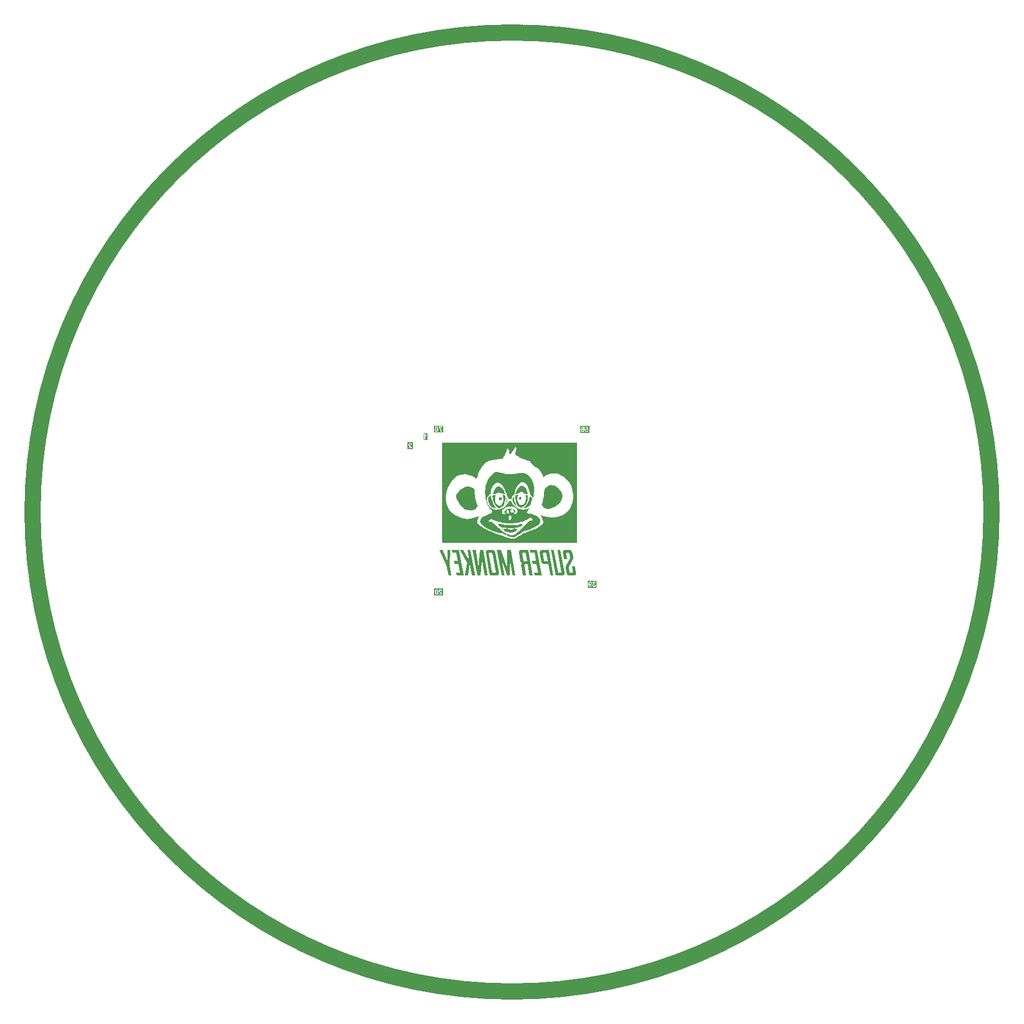
<source format=gbo>
G04*
G04 #@! TF.GenerationSoftware,Altium Limited,Altium Designer,23.0.1 (38)*
G04*
G04 Layer_Color=13813960*
%FSLAX25Y25*%
%MOIN*%
G70*
G04*
G04 #@! TF.SameCoordinates,A82DE2A9-68C3-4950-AE13-74F95629AD28*
G04*
G04*
G04 #@! TF.FilePolarity,Positive*
G04*
G01*
G75*
%ADD13C,0.10000*%
G36*
X40097Y41539D02*
Y-20000D01*
X-43150D01*
Y41539D01*
X40097D01*
D02*
G37*
G36*
X-22636Y-40147D02*
X-24538D01*
X-25849Y-32878D01*
X-27008Y-40147D01*
X-29030D01*
X-27565Y-32266D01*
X-31959Y-24320D01*
X-29893D01*
X-26177Y-31108D01*
X-27412Y-24320D01*
X-25510D01*
X-22636Y-40147D01*
D02*
G37*
G36*
X-38309Y-34037D02*
X-37195Y-40147D01*
X-39096D01*
X-40211Y-34004D01*
X-44583Y-24320D01*
X-42572D01*
X-39730Y-31359D01*
X-39752Y-24320D01*
X-37850D01*
X-38309Y-34037D01*
D02*
G37*
G36*
X2142Y-40147D02*
X230D01*
X-1486Y-30156D01*
X-1366Y-40147D01*
X-2984D01*
X-6317Y-30277D01*
X-4558Y-40147D01*
X-6470D01*
X-9334Y-24320D01*
X-6711D01*
X-2896Y-35731D01*
X-3016Y-24320D01*
X-743D01*
X2142Y-40147D01*
D02*
G37*
G36*
X-14897D02*
X-16821D01*
X-16963Y-39316D01*
X-17105Y-38518D01*
X-17236Y-37764D01*
X-17357Y-37042D01*
X-17466Y-36354D01*
X-17575Y-35698D01*
X-17674Y-35075D01*
X-17772Y-34485D01*
X-17859Y-33927D01*
X-17936Y-33392D01*
X-18001Y-32900D01*
X-18078Y-32430D01*
X-18133Y-31993D01*
X-18187Y-31588D01*
X-18242Y-31206D01*
X-18286Y-30856D01*
X-18329Y-30528D01*
X-18362Y-30222D01*
X-18395Y-29949D01*
X-18428Y-29697D01*
X-18450Y-29468D01*
X-18472Y-29260D01*
X-18493Y-29085D01*
X-18504Y-28921D01*
X-18515Y-28779D01*
X-18526Y-28670D01*
X-18537Y-28572D01*
Y-28484D01*
X-18548Y-28430D01*
Y-28670D01*
X-18559Y-29020D01*
X-18570Y-29402D01*
X-18581Y-29796D01*
X-18603Y-30222D01*
X-18624Y-30659D01*
X-18646Y-31108D01*
X-18679Y-31577D01*
X-18745Y-32539D01*
X-18810Y-33523D01*
X-18887Y-34507D01*
X-18974Y-35480D01*
X-19007Y-35949D01*
X-19051Y-36408D01*
X-19083Y-36846D01*
X-19127Y-37272D01*
X-19160Y-37687D01*
X-19193Y-38070D01*
X-19226Y-38431D01*
X-19258Y-38758D01*
X-19291Y-39064D01*
X-19313Y-39338D01*
X-19335Y-39578D01*
X-19357Y-39775D01*
X-19368Y-39928D01*
X-19379Y-39994D01*
Y-40048D01*
X-19390Y-40092D01*
Y-40125D01*
Y-40136D01*
Y-40147D01*
X-21302D01*
X-24177Y-24320D01*
X-22264D01*
X-22122Y-25140D01*
X-21980Y-25938D01*
X-21849Y-26692D01*
X-21729Y-27413D01*
X-21619Y-28113D01*
X-21510Y-28768D01*
X-21412Y-29391D01*
X-21313Y-29993D01*
X-21237Y-30561D01*
X-21149Y-31097D01*
X-21084Y-31610D01*
X-21018Y-32091D01*
X-20953Y-32539D01*
X-20898Y-32966D01*
X-20854Y-33359D01*
X-20800Y-33731D01*
X-20767Y-34069D01*
X-20723Y-34387D01*
X-20690Y-34682D01*
X-20668Y-34944D01*
X-20647Y-35195D01*
X-20625Y-35414D01*
X-20603Y-35611D01*
X-20592Y-35785D01*
X-20581Y-35928D01*
X-20570Y-36059D01*
X-20559Y-36168D01*
Y-36255D01*
X-20548Y-36321D01*
Y-36059D01*
X-20537Y-35687D01*
X-20526Y-35294D01*
X-20515Y-34878D01*
X-20493Y-34441D01*
X-20472Y-33982D01*
X-20439Y-33512D01*
X-20417Y-33031D01*
X-20351Y-32047D01*
X-20275Y-31042D01*
X-20198Y-30025D01*
X-20122Y-29042D01*
X-20078Y-28561D01*
X-20034Y-28102D01*
X-20002Y-27654D01*
X-19958Y-27216D01*
X-19925Y-26801D01*
X-19881Y-26419D01*
X-19849Y-26047D01*
X-19816Y-25708D01*
X-19794Y-25402D01*
X-19761Y-25129D01*
X-19739Y-24899D01*
X-19717Y-24691D01*
X-19707Y-24539D01*
X-19696Y-24473D01*
Y-24418D01*
Y-24375D01*
X-19685Y-24342D01*
Y-24331D01*
Y-24320D01*
X-17772D01*
X-14897Y-40147D01*
D02*
G37*
G36*
X32298Y-38452D02*
Y-38726D01*
X32276Y-38933D01*
X32233Y-39130D01*
X32167Y-39305D01*
X32091Y-39447D01*
X32025Y-39567D01*
X31960Y-39655D01*
X31916Y-39709D01*
X31894Y-39731D01*
X31741Y-39873D01*
X31566Y-39972D01*
X31413Y-40048D01*
X31260Y-40092D01*
X31118Y-40125D01*
X31020Y-40136D01*
X30976Y-40147D01*
X28265D01*
X28036Y-40125D01*
X27817Y-40081D01*
X27631Y-40015D01*
X27456Y-39939D01*
X27325Y-39873D01*
X27216Y-39808D01*
X27150Y-39764D01*
X27128Y-39742D01*
X26965Y-39578D01*
X26822Y-39414D01*
X26724Y-39239D01*
X26648Y-39086D01*
X26593Y-38944D01*
X26549Y-38824D01*
X26538Y-38780D01*
X26527Y-38748D01*
Y-38737D01*
Y-38726D01*
X23882Y-24320D01*
X25762D01*
X28211Y-37829D01*
X28232Y-37928D01*
X28265Y-38004D01*
X28309Y-38081D01*
X28353Y-38146D01*
X28462Y-38245D01*
X28582Y-38310D01*
X28692Y-38343D01*
X28790Y-38365D01*
X28855Y-38376D01*
X29894D01*
X29959Y-38365D01*
X30025Y-38354D01*
X30123Y-38299D01*
X30167Y-38278D01*
X30200Y-38256D01*
X30211Y-38245D01*
X30222Y-38234D01*
X30265Y-38179D01*
X30287Y-38124D01*
X30331Y-38015D01*
Y-37971D01*
X30342Y-37939D01*
Y-37917D01*
Y-37906D01*
Y-37851D01*
X27915Y-24320D01*
X29752D01*
X32298Y-38452D01*
D02*
G37*
G36*
X35588Y-24342D02*
X35796Y-24385D01*
X35993Y-24451D01*
X36157Y-24528D01*
X36288Y-24604D01*
X36386Y-24670D01*
X36452Y-24713D01*
X36463Y-24735D01*
X36474D01*
X36648Y-24899D01*
X36791Y-25063D01*
X36900Y-25238D01*
X36976Y-25402D01*
X37031Y-25544D01*
X37075Y-25653D01*
X37086Y-25697D01*
Y-25730D01*
X37097Y-25752D01*
Y-25763D01*
X37567Y-28495D01*
X37589Y-28637D01*
X37599Y-28758D01*
Y-28812D01*
Y-28845D01*
Y-28867D01*
Y-28878D01*
Y-28943D01*
Y-28965D01*
Y-28976D01*
X37578Y-29271D01*
X37534Y-29566D01*
X37468Y-29840D01*
X37392Y-30091D01*
X37348Y-30200D01*
X37315Y-30299D01*
X37282Y-30386D01*
X37250Y-30463D01*
X37217Y-30517D01*
X37206Y-30572D01*
X37184Y-30594D01*
Y-30605D01*
X37151Y-30670D01*
X37108Y-30758D01*
X37042Y-30867D01*
X36976Y-30998D01*
X36900Y-31151D01*
X36812Y-31304D01*
X36638Y-31632D01*
X36550Y-31796D01*
X36474Y-31949D01*
X36397Y-32091D01*
X36321Y-32211D01*
X36266Y-32321D01*
X36222Y-32408D01*
X36200Y-32452D01*
X36189Y-32474D01*
X36047Y-32736D01*
X35927Y-32965D01*
X35818Y-33173D01*
X35719Y-33359D01*
X35632Y-33523D01*
X35555Y-33665D01*
X35490Y-33785D01*
X35424Y-33895D01*
X35381Y-33982D01*
X35337Y-34048D01*
X35315Y-34113D01*
X35282Y-34157D01*
X35271Y-34190D01*
X35260Y-34212D01*
X35250Y-34222D01*
X35118Y-34474D01*
X35020Y-34703D01*
X34943Y-34900D01*
X34900Y-35064D01*
X34867Y-35195D01*
X34856Y-35294D01*
X34845Y-35348D01*
Y-35370D01*
Y-35447D01*
X34856Y-35512D01*
X34867Y-35556D01*
X34878Y-35578D01*
X35271Y-37808D01*
X35293Y-37895D01*
X35326Y-37961D01*
X35413Y-38092D01*
X35457Y-38135D01*
X35490Y-38168D01*
X35512Y-38190D01*
X35523Y-38201D01*
X35599Y-38256D01*
X35676Y-38289D01*
X35829Y-38332D01*
X35883Y-38343D01*
X35927Y-38354D01*
X36987D01*
X37053Y-38343D01*
X37119Y-38332D01*
X37217Y-38278D01*
X37282Y-38234D01*
X37293Y-38223D01*
X37304Y-38212D01*
X37348Y-38157D01*
X37381Y-38103D01*
X37414Y-37993D01*
X37424Y-37950D01*
X37435Y-37917D01*
Y-37895D01*
Y-37884D01*
Y-37829D01*
X36845Y-34441D01*
X38682D01*
X39370Y-38452D01*
Y-38704D01*
X39348Y-38922D01*
X39305Y-39119D01*
X39250Y-39294D01*
X39173Y-39447D01*
X39108Y-39567D01*
X39042Y-39655D01*
X38998Y-39709D01*
X38987Y-39731D01*
X38835Y-39873D01*
X38671Y-39972D01*
X38507Y-40048D01*
X38343Y-40092D01*
X38212Y-40125D01*
X38102Y-40136D01*
X38059Y-40147D01*
X35359D01*
X35129Y-40125D01*
X34911Y-40081D01*
X34714Y-40015D01*
X34550Y-39939D01*
X34408Y-39873D01*
X34310Y-39808D01*
X34244Y-39764D01*
X34222Y-39742D01*
X34047Y-39578D01*
X33916Y-39403D01*
X33807Y-39228D01*
X33730Y-39064D01*
X33676Y-38922D01*
X33632Y-38802D01*
X33621Y-38758D01*
X33610Y-38726D01*
Y-38715D01*
Y-38704D01*
X33053Y-35654D01*
X33020Y-35425D01*
X33009Y-35315D01*
X32998Y-35228D01*
X32987Y-35151D01*
X32976Y-35086D01*
Y-35053D01*
Y-35042D01*
X32987Y-34813D01*
X33020Y-34594D01*
X33074Y-34397D01*
X33118Y-34233D01*
X33173Y-34080D01*
X33227Y-33982D01*
X33238Y-33938D01*
X33260Y-33906D01*
X33271Y-33895D01*
Y-33884D01*
X33282Y-33840D01*
X33304Y-33774D01*
X33337Y-33709D01*
X33380Y-33621D01*
X33435Y-33523D01*
X33490Y-33414D01*
X33621Y-33173D01*
X33763Y-32900D01*
X33938Y-32605D01*
X34113Y-32299D01*
X34288Y-31993D01*
X34473Y-31687D01*
X34648Y-31392D01*
X34812Y-31129D01*
X34954Y-30889D01*
X35020Y-30779D01*
X35075Y-30681D01*
X35129Y-30605D01*
X35173Y-30528D01*
X35206Y-30474D01*
X35228Y-30430D01*
X35239Y-30408D01*
X35250Y-30397D01*
X35337Y-30244D01*
X35413Y-30091D01*
X35545Y-29796D01*
X35632Y-29523D01*
X35687Y-29282D01*
X35708Y-29184D01*
X35730Y-29085D01*
X35741Y-29009D01*
Y-28932D01*
X35752Y-28878D01*
Y-28834D01*
Y-28812D01*
Y-28801D01*
X35741Y-28648D01*
X35730Y-28517D01*
Y-28462D01*
X35719Y-28419D01*
Y-28397D01*
Y-28386D01*
X35403Y-26637D01*
X35381Y-26561D01*
X35348Y-26484D01*
X35271Y-26375D01*
X35239Y-26331D01*
X35206Y-26298D01*
X35184Y-26287D01*
X35173Y-26276D01*
X35096Y-26222D01*
X35031Y-26178D01*
X34954Y-26156D01*
X34889Y-26134D01*
X34823Y-26123D01*
X34780Y-26112D01*
X33654D01*
X33588Y-26134D01*
X33490Y-26178D01*
X33446Y-26200D01*
X33413Y-26222D01*
X33402Y-26233D01*
X33391Y-26244D01*
X33337Y-26298D01*
X33304Y-26353D01*
X33260Y-26451D01*
X33249Y-26495D01*
X33238Y-26517D01*
Y-26539D01*
Y-26550D01*
X33249Y-26615D01*
X33260Y-26626D01*
Y-26637D01*
X33850Y-29905D01*
X31992D01*
X31304Y-26014D01*
X31282Y-25938D01*
X31271Y-25861D01*
Y-25806D01*
Y-25796D01*
Y-25785D01*
X31293Y-25566D01*
X31337Y-25358D01*
X31413Y-25183D01*
X31490Y-25030D01*
X31566Y-24910D01*
X31643Y-24823D01*
X31686Y-24768D01*
X31708Y-24746D01*
X31872Y-24604D01*
X32036Y-24495D01*
X32200Y-24418D01*
X32364Y-24375D01*
X32495Y-24342D01*
X32604Y-24331D01*
X32648Y-24320D01*
X35359D01*
X35588Y-24342D01*
D02*
G37*
G36*
X18319Y-40147D02*
X14034D01*
X13717Y-38376D01*
X16056D01*
X15073Y-32878D01*
X12712D01*
X12384Y-31107D01*
X14745D01*
X13859Y-26091D01*
X11477D01*
X11160Y-24320D01*
X15455D01*
X18319Y-40147D01*
D02*
G37*
G36*
X12701D02*
X10777D01*
X9531Y-33162D01*
X8001D01*
X7935Y-33173D01*
X7870Y-33184D01*
X7772Y-33228D01*
X7706Y-33283D01*
X7695Y-33294D01*
X7684Y-33304D01*
X7640Y-33359D01*
X7597Y-33414D01*
X7564Y-33512D01*
X7553Y-33556D01*
X7542Y-33589D01*
Y-33610D01*
Y-33621D01*
Y-33676D01*
X8711Y-40147D01*
X6766D01*
X5607Y-33895D01*
X5596Y-33818D01*
Y-33731D01*
Y-33665D01*
Y-33654D01*
Y-33643D01*
X5585Y-33578D01*
Y-33523D01*
Y-33490D01*
Y-33479D01*
X5596Y-33348D01*
X5607Y-33228D01*
X5640Y-33119D01*
X5662Y-33020D01*
X5695Y-32944D01*
X5728Y-32889D01*
X5739Y-32845D01*
X5749Y-32834D01*
X5826Y-32714D01*
X5924Y-32605D01*
X6023Y-32517D01*
X6121Y-32452D01*
X6208Y-32397D01*
X6274Y-32364D01*
X6318Y-32342D01*
X6340Y-32332D01*
X6154Y-32266D01*
X5990Y-32190D01*
X5837Y-32102D01*
X5706Y-32004D01*
X5596Y-31894D01*
X5487Y-31785D01*
X5411Y-31665D01*
X5334Y-31556D01*
X5269Y-31446D01*
X5225Y-31337D01*
X5181Y-31249D01*
X5148Y-31162D01*
X5126Y-31097D01*
X5116Y-31042D01*
X5105Y-31009D01*
Y-30998D01*
X4219Y-26014D01*
X4208Y-25938D01*
X4197Y-25883D01*
X4186Y-25839D01*
Y-25806D01*
X4175Y-25763D01*
Y-25752D01*
X4208Y-25533D01*
X4263Y-25336D01*
X4329Y-25172D01*
X4416Y-25019D01*
X4493Y-24910D01*
X4558Y-24823D01*
X4602Y-24768D01*
X4624Y-24746D01*
X4788Y-24604D01*
X4952Y-24495D01*
X5116Y-24418D01*
X5279Y-24375D01*
X5411Y-24342D01*
X5520Y-24331D01*
X5564Y-24320D01*
X9870D01*
X12701Y-40147D01*
D02*
G37*
G36*
X-11859Y-24342D02*
X-11651Y-24385D01*
X-11465Y-24451D01*
X-11301Y-24528D01*
X-11159Y-24604D01*
X-11061Y-24670D01*
X-10995Y-24713D01*
X-10984Y-24735D01*
X-10973D01*
X-10809Y-24899D01*
X-10667Y-25063D01*
X-10569Y-25238D01*
X-10482Y-25402D01*
X-10427Y-25544D01*
X-10383Y-25653D01*
X-10372Y-25697D01*
Y-25730D01*
X-10361Y-25752D01*
Y-25763D01*
X-8099Y-38431D01*
Y-38704D01*
X-8121Y-38922D01*
X-8164Y-39119D01*
X-8230Y-39294D01*
X-8307Y-39447D01*
X-8372Y-39567D01*
X-8438Y-39655D01*
X-8481Y-39709D01*
X-8503Y-39731D01*
X-8667Y-39873D01*
X-8831Y-39972D01*
X-8995Y-40048D01*
X-9148Y-40092D01*
X-9290Y-40125D01*
X-9400Y-40136D01*
X-9443Y-40147D01*
X-12132D01*
X-12362Y-40125D01*
X-12580Y-40081D01*
X-12766Y-40015D01*
X-12930Y-39939D01*
X-13072Y-39873D01*
X-13170Y-39808D01*
X-13236Y-39764D01*
X-13258Y-39742D01*
X-13433Y-39578D01*
X-13564Y-39403D01*
X-13673Y-39228D01*
X-13761Y-39064D01*
X-13815Y-38922D01*
X-13859Y-38802D01*
X-13870Y-38758D01*
Y-38726D01*
X-13881Y-38715D01*
Y-38704D01*
X-16143Y-26014D01*
X-16165Y-25938D01*
X-16176Y-25861D01*
Y-25796D01*
Y-25785D01*
Y-25774D01*
X-16154Y-25555D01*
X-16111Y-25358D01*
X-16045Y-25183D01*
X-15969Y-25030D01*
X-15881Y-24910D01*
X-15815Y-24823D01*
X-15772Y-24768D01*
X-15750Y-24746D01*
X-15597Y-24604D01*
X-15422Y-24495D01*
X-15258Y-24418D01*
X-15105Y-24375D01*
X-14974Y-24342D01*
X-14865Y-24331D01*
X-14821Y-24320D01*
X-12088D01*
X-11859Y-24342D01*
D02*
G37*
G36*
X-29806Y-40147D02*
X-34090D01*
X-34407Y-38376D01*
X-32068D01*
X-33052Y-32878D01*
X-35413D01*
X-35741Y-31108D01*
X-33380D01*
X-34265Y-26091D01*
X-36648D01*
X-36965Y-24320D01*
X-32669D01*
X-29806Y-40147D01*
D02*
G37*
G36*
X25478Y-40157D02*
X23576D01*
X22287Y-33064D01*
X19805D01*
X19576Y-33042D01*
X19368Y-32998D01*
X19171Y-32933D01*
X19007Y-32856D01*
X18876Y-32791D01*
X18778Y-32725D01*
X18712Y-32681D01*
X18690Y-32660D01*
X18527Y-32495D01*
X18384Y-32332D01*
X18286Y-32157D01*
X18210Y-31993D01*
X18155Y-31840D01*
X18111Y-31730D01*
X18100Y-31687D01*
X18089Y-31654D01*
Y-31632D01*
Y-31621D01*
X17084Y-26014D01*
X17062Y-25894D01*
X17040Y-25785D01*
Y-25719D01*
Y-25708D01*
Y-25697D01*
X17062Y-25500D01*
X17106Y-25326D01*
X17171Y-25161D01*
X17248Y-25030D01*
X17324Y-24910D01*
X17390Y-24834D01*
X17434Y-24779D01*
X17455Y-24757D01*
X17619Y-24615D01*
X17783Y-24506D01*
X17958Y-24429D01*
X18111Y-24375D01*
X18253Y-24342D01*
X18363Y-24331D01*
X18406Y-24320D01*
X22614D01*
X25478Y-40157D01*
D02*
G37*
G36*
X47500Y47742D02*
X41933D01*
Y52009D01*
X47500D01*
Y47742D01*
D02*
G37*
G36*
X52100Y-47558D02*
X46510D01*
Y-43291D01*
X52100D01*
Y-47558D01*
D02*
G37*
G36*
X-42400Y47845D02*
X-48018D01*
Y52109D01*
X-42400D01*
Y47845D01*
D02*
G37*
G36*
X-42300Y-52355D02*
X-47936D01*
Y-48091D01*
X-42300D01*
Y-52355D01*
D02*
G37*
G36*
X-61100Y41909D02*
Y37700D01*
X-64248D01*
Y41909D01*
X-61100D01*
D02*
G37*
G36*
X-52000Y43200D02*
X-54404D01*
Y47409D01*
X-52000D01*
Y43200D01*
D02*
G37*
%LPC*%
G36*
X37598Y39039D02*
X2110D01*
X1673Y38274D01*
X1235Y37563D01*
X798Y36961D01*
X470Y36469D01*
X142Y36032D01*
X-186Y35649D01*
X-460Y35321D01*
X-679Y35102D01*
X-1061Y34719D01*
X-1335Y34555D01*
X-1499Y34446D01*
X-1553D01*
X-1608Y35376D01*
X-1717Y36141D01*
X-1827Y36743D01*
X-1991Y37289D01*
X-2210Y37617D01*
X-2319Y37891D01*
X-2428Y38055D01*
X-2483Y38110D01*
X-3084Y37836D01*
X-3467Y36360D01*
X-3959Y35102D01*
X-4451Y34063D01*
X-4944Y33188D01*
X-5436Y32532D01*
X-5818Y32040D01*
X-6037Y31767D01*
X-6146Y31657D01*
X-7623Y31548D01*
X-8990Y31384D01*
X-10138Y31220D01*
X-11177Y31056D01*
X-12107Y30892D01*
X-12927Y30728D01*
X-13583Y30564D01*
X-14185Y30400D01*
X-14677Y30236D01*
X-15059Y30072D01*
X-15333Y29908D01*
X-15606Y29798D01*
X-15770Y29743D01*
X-15880Y29634D01*
X-15934Y29579D01*
X-16590Y29087D01*
X-17247Y28486D01*
X-17848Y27775D01*
X-18395Y26955D01*
X-19379Y25260D01*
X-20199Y23510D01*
X-20527Y22635D01*
X-20855Y21870D01*
X-21129Y21104D01*
X-21348Y20503D01*
X-21512Y19956D01*
X-21621Y19518D01*
X-21730Y19300D01*
Y19190D01*
X-22332Y19737D01*
X-22933Y20175D01*
X-23535Y20612D01*
X-24136Y20940D01*
X-25284Y21487D01*
X-26378Y21815D01*
X-27362Y22034D01*
X-27745Y22088D01*
X-28128Y22143D01*
X-28401Y22198D01*
X-29386D01*
X-30042Y22088D01*
X-30698Y22034D01*
X-31299Y21924D01*
X-31846Y21815D01*
X-32338Y21706D01*
X-32612Y21651D01*
X-32666Y21596D01*
X-32721D01*
X-34088Y20831D01*
X-35346Y19901D01*
X-36385Y18917D01*
X-37314Y17823D01*
X-38080Y16675D01*
X-38736Y15472D01*
X-39228Y14324D01*
X-39665Y13175D01*
X-39994Y12027D01*
X-40212Y10988D01*
X-40431Y10059D01*
X-40540Y9184D01*
X-40595Y8528D01*
X-40650Y7981D01*
Y7981D01*
Y6942D01*
X-40595Y5958D01*
X-40486Y5028D01*
X-40321Y4153D01*
X-40103Y3333D01*
X-39829Y2568D01*
X-39447Y1802D01*
X-38626Y490D01*
X-37697Y-659D01*
X-36603Y-1643D01*
X-35455Y-2518D01*
X-34252Y-3229D01*
X-33049Y-3775D01*
X-31901Y-4267D01*
X-30807Y-4650D01*
X-29878Y-4924D01*
X-29057Y-5088D01*
X-28675Y-5142D01*
X-28401Y-5197D01*
X-28183Y-5252D01*
X-28019Y-5306D01*
X-27854D01*
X-26870Y-5197D01*
X-25941Y-5033D01*
X-25120Y-4924D01*
X-24410Y-4760D01*
X-23699Y-4595D01*
X-23097Y-4431D01*
X-22605Y-4322D01*
X-22113Y-4158D01*
X-21730Y-3994D01*
X-21348Y-3885D01*
X-21074Y-3775D01*
X-20855Y-3666D01*
X-20582Y-3502D01*
X-20473Y-3447D01*
X-20199D01*
Y-4103D01*
X-20582Y-4705D01*
X-20910Y-5252D01*
X-21129Y-5744D01*
X-21238Y-6127D01*
X-21348Y-6455D01*
X-21402Y-6673D01*
Y-6783D01*
Y-6837D01*
X-21348Y-7275D01*
X-21183Y-7712D01*
X-20855Y-8204D01*
X-20473Y-8642D01*
X-19981Y-9079D01*
X-19434Y-9571D01*
X-18778Y-10009D01*
X-18067Y-10501D01*
X-17301Y-10938D01*
X-16426Y-11376D01*
X-14622Y-12251D01*
X-12708Y-13126D01*
X-10685Y-13946D01*
X-8716Y-14657D01*
X-6803Y-15368D01*
X-4998Y-15969D01*
X-4123Y-16242D01*
X-3358Y-16516D01*
X-2647Y-16735D01*
X-1991Y-16898D01*
X-1444Y-17063D01*
X-952Y-17227D01*
X-569Y-17336D01*
X-241Y-17445D01*
X-77Y-17500D01*
X-40650Y-17500D01*
X37598Y-17500D01*
X37598Y9075D01*
X37543Y10113D01*
X37488Y11098D01*
X37160Y12902D01*
X36613Y14543D01*
X35957Y16019D01*
X35192Y17277D01*
X34317Y18370D01*
X33332Y19354D01*
X32403Y20175D01*
X31419Y20885D01*
X30434Y21432D01*
X29559Y21924D01*
X28794Y22252D01*
X28138Y22526D01*
X27591Y22690D01*
X27263Y22745D01*
X27208Y22799D01*
X25349D01*
X24092Y22690D01*
X22943Y22471D01*
X21904Y22143D01*
X21084Y21760D01*
X20428Y21323D01*
X19936Y20995D01*
X19662Y20776D01*
X19553Y20667D01*
X18952D01*
X18842Y21268D01*
X18623Y21979D01*
X18241Y22745D01*
X17858Y23455D01*
X17475Y24166D01*
X17093Y24713D01*
X16983Y24932D01*
X16874Y25096D01*
X16764Y25205D01*
Y25260D01*
X15507Y25971D01*
X14358Y26736D01*
X13320Y27556D01*
X12499Y28322D01*
X11843Y29033D01*
X11351Y29634D01*
X11187Y29853D01*
X11078Y30017D01*
X10968Y30126D01*
Y30181D01*
X9437Y30673D01*
X8070Y31165D01*
X6867Y31657D01*
X5828Y32095D01*
X5008Y32478D01*
X4297Y32860D01*
X3696Y33188D01*
X3204Y33516D01*
X2876Y33790D01*
X2602Y34063D01*
X2383Y34282D01*
X2274Y34446D01*
X2110Y34719D01*
Y34774D01*
X2712Y38438D01*
Y38602D01*
X2602Y38766D01*
X2438Y38930D01*
X2220Y39039D01*
X37598D01*
D02*
G37*
%LPD*%
G36*
X6430Y15144D02*
X6922Y14980D01*
X7414Y14706D01*
X7797Y14378D01*
X8180Y13996D01*
X8508Y13558D01*
X9000Y12629D01*
X9383Y11644D01*
X9492Y11207D01*
X9601Y10824D01*
X9656Y10496D01*
X9711Y10223D01*
X9765Y10059D01*
Y10004D01*
X8234D01*
X8125Y10059D01*
X7906Y10168D01*
X7688Y10387D01*
X7414Y10605D01*
X7141Y10824D01*
X6922Y11043D01*
X6758Y11152D01*
X6703Y11207D01*
X5227D01*
X4789Y10879D01*
X4352Y10660D01*
X3422Y10278D01*
X3040Y10168D01*
X2712Y10059D01*
X2493Y10004D01*
X2110D01*
X2383Y10934D01*
X2712Y11699D01*
X2985Y12410D01*
X3313Y13011D01*
X3641Y13504D01*
X3915Y13941D01*
X4243Y14269D01*
X4516Y14543D01*
X4789Y14761D01*
X5063Y14925D01*
X5446Y15144D01*
X5719Y15199D01*
X5828D01*
X6430Y15144D01*
D02*
G37*
G36*
X-7787Y14816D02*
X-7350Y14652D01*
X-6912Y14433D01*
X-6529Y14160D01*
X-5818Y13449D01*
X-5272Y12629D01*
X-4834Y11754D01*
X-4506Y11043D01*
X-4451Y10770D01*
X-4342Y10551D01*
X-4287Y10387D01*
Y10332D01*
Y10004D01*
X-4944Y10059D01*
X-5600Y10168D01*
X-6201Y10387D01*
X-6748Y10605D01*
X-7240Y10824D01*
X-7623Y11043D01*
X-7842Y11152D01*
X-7951Y11207D01*
X-8279Y11152D01*
X-8607Y11043D01*
X-8990Y10824D01*
X-9318Y10605D01*
X-9646Y10387D01*
X-9920Y10168D01*
X-10084Y10059D01*
X-10138Y10004D01*
X-11614D01*
X-11451Y10879D01*
X-11232Y11590D01*
X-11013Y12246D01*
X-10740Y12793D01*
X-10466Y13285D01*
X-10193Y13668D01*
X-9920Y13996D01*
X-9646Y14269D01*
X-9373Y14488D01*
X-9099Y14597D01*
X-8662Y14816D01*
X-8388Y14871D01*
X-8279D01*
X-7787Y14816D01*
D02*
G37*
G36*
X-7732Y23237D02*
X-6037Y22854D01*
X-4506Y22580D01*
X-3795Y22471D01*
X-3139Y22416D01*
X-2538Y22307D01*
X-1991D01*
X-1499Y22252D01*
X-1116Y22198D01*
X306D01*
X1345Y22362D01*
X2220Y22526D01*
X2985Y22635D01*
X3696Y22745D01*
X4297Y22854D01*
X4789Y22908D01*
X5172Y22963D01*
X5500Y23018D01*
X5774Y23073D01*
X5992D01*
X6266Y23127D01*
X7305D01*
X8453Y22635D01*
X9437Y22034D01*
X10312Y21323D01*
X11023Y20503D01*
X11679Y19628D01*
X12171Y18698D01*
X12609Y17769D01*
X12937Y16839D01*
X13210Y15910D01*
X13429Y15035D01*
X13538Y14269D01*
X13648Y13558D01*
X13702Y12957D01*
X13757Y12519D01*
Y12246D01*
Y12137D01*
X13101Y6942D01*
X12827D01*
Y7379D01*
X12773Y7762D01*
X12609Y8309D01*
X12335Y8746D01*
X12062Y9075D01*
X11789Y9239D01*
X11515Y9293D01*
X11351Y9348D01*
X11296D01*
X11078Y10770D01*
X10804Y11972D01*
X10476Y13066D01*
X10093Y13941D01*
X9765Y14761D01*
X9383Y15363D01*
X9000Y15910D01*
X8617Y16347D01*
X8234Y16675D01*
X7852Y16894D01*
X7524Y17112D01*
X7250Y17222D01*
X7031Y17277D01*
X6867Y17331D01*
X6703D01*
X5992Y17277D01*
X5391Y17058D01*
X4789Y16675D01*
X4243Y16238D01*
X3805Y15691D01*
X3368Y15144D01*
X2657Y13832D01*
X2110Y12574D01*
X1946Y11972D01*
X1782Y11426D01*
X1673Y10988D01*
X1563Y10660D01*
X1509Y10387D01*
Y10332D01*
X907Y9512D01*
X415Y8856D01*
X87Y8254D01*
X-132Y7762D01*
X-241Y7434D01*
X-296Y7161D01*
X-350Y6997D01*
Y6942D01*
X-2155D01*
X-2264Y7543D01*
X-2428Y7981D01*
X-2592Y8309D01*
X-2756Y8528D01*
X-2866Y8637D01*
X-2975Y8746D01*
X-3084D01*
X-3467Y10223D01*
X-3905Y11480D01*
X-4342Y12574D01*
X-4780Y13504D01*
X-5217Y14324D01*
X-5654Y14980D01*
X-6146Y15527D01*
X-6529Y15964D01*
X-6967Y16292D01*
X-7350Y16566D01*
X-7678Y16730D01*
X-7951Y16894D01*
X-8224Y16948D01*
X-8388Y17003D01*
X-9209D01*
X-9920Y16730D01*
X-10521Y16402D01*
X-11013Y15964D01*
X-11505Y15472D01*
X-11888Y14980D01*
X-12161Y14433D01*
X-12435Y13886D01*
X-12653Y13340D01*
X-12927Y12301D01*
X-13036Y11863D01*
X-13091Y11426D01*
Y11098D01*
X-13146Y10824D01*
Y10660D01*
Y10605D01*
X-13255Y10332D01*
X-13474Y9949D01*
X-13856Y9567D01*
X-14239Y9129D01*
X-14622Y8746D01*
X-15005Y8418D01*
X-15223Y8200D01*
X-15333Y8145D01*
Y6942D01*
X-15278Y5794D01*
X-15114Y4809D01*
X-14841Y3935D01*
X-14458Y3224D01*
X-14075Y2568D01*
X-13583Y2076D01*
X-13091Y1638D01*
X-12544Y1310D01*
X-12052Y1036D01*
X-11560Y818D01*
X-11068Y709D01*
X-10685Y599D01*
X-10302Y544D01*
X-10029Y490D01*
X-9810D01*
X-9154Y544D01*
X-8607Y599D01*
X-8115Y654D01*
X-7678Y763D01*
X-7350Y818D01*
X-7021Y927D01*
X-6584Y1036D01*
X-6365Y1201D01*
X-6201Y1310D01*
X-6146Y1419D01*
X-5764Y1474D01*
X-5381Y1638D01*
X-4998Y1857D01*
X-4670Y2130D01*
X-3905Y2786D01*
X-3249Y3607D01*
X-2702Y4372D01*
X-2264Y5083D01*
X-2100Y5356D01*
X-1991Y5575D01*
X-1881Y5684D01*
Y5739D01*
X-350D01*
X32Y4809D01*
X470Y3989D01*
X1017Y3333D01*
X1563Y2732D01*
X2165Y2185D01*
X2766Y1747D01*
X3422Y1419D01*
X4024Y1146D01*
X4625Y927D01*
X5172Y763D01*
X5664Y654D01*
X6157Y599D01*
X6485Y544D01*
X6813Y490D01*
X7031D01*
X7633Y544D01*
X8234Y654D01*
X8836Y763D01*
X9328Y982D01*
X9765Y1146D01*
X10093Y1255D01*
X10312Y1365D01*
X10367Y1419D01*
X10695D01*
X8836Y-1315D01*
X10093Y-1916D01*
X11351Y-2135D01*
X12499Y-2408D01*
X13484Y-2682D01*
X14304Y-3010D01*
X15015Y-3338D01*
X15616Y-3666D01*
X16054Y-3994D01*
X16436Y-4322D01*
X16764Y-4650D01*
X16983Y-4924D01*
X17147Y-5197D01*
X17256Y-5416D01*
X17366Y-5799D01*
Y-5853D01*
Y-5908D01*
Y-6837D01*
X17311Y-7165D01*
X17256Y-7439D01*
X16928Y-8095D01*
X16436Y-8642D01*
X15780Y-9189D01*
X14960Y-9735D01*
X14085Y-10227D01*
X13156Y-10720D01*
X12226Y-11157D01*
X11242Y-11540D01*
X10312Y-11868D01*
X9437Y-12196D01*
X8672Y-12415D01*
X7961Y-12633D01*
X7469Y-12798D01*
X7141Y-12852D01*
X7086Y-12907D01*
X7031D01*
X6102Y-13563D01*
X5227Y-14110D01*
X4516Y-14602D01*
X3860Y-15039D01*
X3258Y-15368D01*
X2766Y-15696D01*
X2329Y-15914D01*
X2001Y-16133D01*
X1673Y-16242D01*
X1454Y-16352D01*
X1126Y-16516D01*
X962Y-16570D01*
X907D01*
X32Y-16461D01*
X-952Y-16242D01*
X-1881Y-15914D01*
X-2811Y-15531D01*
X-3686Y-15149D01*
X-4014Y-14985D01*
X-4342Y-14821D01*
X-4615Y-14657D01*
X-4780Y-14602D01*
X-4889Y-14493D01*
X-4944D01*
X-6256Y-14164D01*
X-7514Y-13836D01*
X-8662Y-13508D01*
X-9755Y-13180D01*
X-10794Y-12852D01*
X-11724Y-12524D01*
X-12599Y-12196D01*
X-13419Y-11868D01*
X-14130Y-11540D01*
X-14841Y-11212D01*
X-15442Y-10938D01*
X-16044Y-10610D01*
X-16973Y-10009D01*
X-17739Y-9462D01*
X-18395Y-8970D01*
X-18832Y-8533D01*
X-19160Y-8095D01*
X-19379Y-7767D01*
X-19488Y-7494D01*
X-19543Y-7275D01*
X-19598Y-7165D01*
Y-7111D01*
X-19543Y-6455D01*
X-19434Y-5908D01*
X-19215Y-5416D01*
X-18996Y-4924D01*
X-18778Y-4595D01*
X-18559Y-4322D01*
X-18450Y-4158D01*
X-18395Y-4103D01*
X-17301Y-3721D01*
X-16372Y-3393D01*
X-15552Y-3064D01*
X-14841Y-2736D01*
X-14239Y-2408D01*
X-13747Y-2135D01*
X-13310Y-1861D01*
X-12981Y-1643D01*
X-12708Y-1424D01*
X-12544Y-1260D01*
X-12325Y-932D01*
X-12216Y-768D01*
Y-713D01*
X-12271Y-440D01*
X-12380Y-166D01*
X-12489Y52D01*
X-12544Y162D01*
X-13255Y872D01*
X-13856Y1638D01*
X-14403Y2458D01*
X-14841Y3333D01*
X-15223Y4208D01*
X-15552Y5028D01*
X-15825Y5903D01*
X-16044Y6723D01*
X-16208Y7543D01*
X-16317Y8254D01*
X-16426Y8910D01*
X-16481Y9457D01*
Y9949D01*
X-16536Y10332D01*
Y10551D01*
Y10605D01*
Y11644D01*
X-16481Y12629D01*
X-16208Y14433D01*
X-15880Y16019D01*
X-15442Y17440D01*
X-14895Y18698D01*
X-14294Y19737D01*
X-13692Y20667D01*
X-13036Y21432D01*
X-12380Y22088D01*
X-11724Y22580D01*
X-11177Y23018D01*
X-10630Y23291D01*
X-10193Y23565D01*
X-9810Y23674D01*
X-9591Y23783D01*
X-9537D01*
X-7732Y23237D01*
D02*
G37*
G36*
X5555Y8309D02*
X5774Y8145D01*
X5828Y7926D01*
Y7871D01*
Y7817D01*
Y6614D01*
X4899D01*
X4735Y6669D01*
X4571Y6723D01*
X4352Y6942D01*
X4297Y7106D01*
X4243Y7215D01*
Y7817D01*
X4297Y7981D01*
X4352Y8145D01*
X4571Y8309D01*
X4789Y8418D01*
X5446D01*
X5555Y8309D01*
D02*
G37*
G36*
X-6420Y6340D02*
X-7350D01*
X-7514Y6395D01*
X-7623Y6450D01*
X-7842Y6669D01*
X-7951Y6833D01*
Y6942D01*
Y7543D01*
X-7896Y7707D01*
X-7842Y7871D01*
X-7623Y8036D01*
X-7459Y8145D01*
X-6420D01*
Y6340D01*
D02*
G37*
G36*
X-3084Y6012D02*
X-3686Y3880D01*
X-3959D01*
Y4153D01*
X-3741Y4645D01*
X-3631Y5247D01*
X-3522Y5848D01*
X-3413Y6450D01*
Y6997D01*
X-3358Y7434D01*
Y7707D01*
Y7817D01*
X-3084D01*
Y6012D01*
D02*
G37*
G36*
X-5217Y9567D02*
X-4725Y9403D01*
X-4397Y9239D01*
X-4178Y9075D01*
X-4069Y8965D01*
X-3959Y8856D01*
Y8801D01*
Y8746D01*
X-3959Y7817D01*
X-4069Y6669D01*
X-4287Y5684D01*
X-4506Y4864D01*
X-4834Y4099D01*
X-5108Y3497D01*
X-5436Y3005D01*
X-5818Y2568D01*
X-6146Y2239D01*
X-6529Y1966D01*
X-6857Y1747D01*
X-7131Y1638D01*
X-7404Y1529D01*
X-7623Y1474D01*
X-7787Y1419D01*
X-8279D01*
X-8935Y1802D01*
X-9482Y2294D01*
X-9974Y2841D01*
X-10412Y3443D01*
X-10740Y4044D01*
X-11068Y4700D01*
X-11505Y5958D01*
X-11724Y7161D01*
X-11833Y7707D01*
X-11888Y8145D01*
X-11943Y8528D01*
X-11943Y8801D01*
Y9020D01*
Y9075D01*
Y9348D01*
X-10138D01*
X-10412Y7817D01*
Y6942D01*
X-10357Y6340D01*
X-10302Y5794D01*
X-10193Y5302D01*
X-10029Y4864D01*
X-9865Y4481D01*
X-9646Y4153D01*
X-9154Y3661D01*
X-8716Y3278D01*
X-8334Y3060D01*
X-8060Y3005D01*
X-7951Y2950D01*
X-7459Y3005D01*
X-7021Y3114D01*
X-6693Y3333D01*
X-6365Y3552D01*
X-5873Y4208D01*
X-5545Y4973D01*
X-5381Y5684D01*
X-5272Y6340D01*
X-5217Y6559D01*
Y6778D01*
Y6887D01*
Y6942D01*
X-5818Y9348D01*
Y9731D01*
X-5217Y9567D01*
D02*
G37*
G36*
X1290Y7379D02*
X1454Y6340D01*
X1727Y5411D01*
X2001Y4591D01*
X2220Y3935D01*
X2493Y3388D01*
X2657Y3060D01*
X2712Y3005D01*
Y2950D01*
Y2677D01*
X2274Y3005D01*
X1946Y3278D01*
X1345Y3989D01*
X907Y4645D01*
X634Y5247D01*
X415Y5794D01*
X360Y6231D01*
X306Y6504D01*
Y6614D01*
X470Y7215D01*
X634Y7653D01*
X743Y7981D01*
X907Y8200D01*
X1017Y8309D01*
X1126Y8418D01*
X1235D01*
X1290Y7379D01*
D02*
G37*
G36*
X3696Y9293D02*
X3587Y8856D01*
X3477Y8418D01*
X3368Y8036D01*
Y7707D01*
X3313Y7434D01*
Y7270D01*
Y7215D01*
Y6942D01*
X3422Y6012D01*
X3641Y5247D01*
X3915Y4645D01*
X4297Y4153D01*
X4625Y3771D01*
X4953Y3497D01*
X5172Y3333D01*
X5227Y3278D01*
X6430D01*
X7141Y3825D01*
X7633Y4481D01*
X8016Y5138D01*
X8234Y5739D01*
X8398Y6340D01*
X8453Y6778D01*
X8508Y7106D01*
Y7161D01*
Y7215D01*
X8234Y9348D01*
X9765D01*
X9765Y7543D01*
X9711Y6723D01*
X9601Y6012D01*
X9383Y5356D01*
X9164Y4755D01*
X8836Y4263D01*
X8508Y3771D01*
X8180Y3333D01*
X7797Y3005D01*
X7086Y2403D01*
X6430Y2021D01*
X6211Y1911D01*
X5992Y1802D01*
X5883Y1747D01*
X5828D01*
X5172Y1802D01*
X4625Y2021D01*
X4133Y2294D01*
X3696Y2677D01*
X3313Y3114D01*
X3040Y3607D01*
X2602Y4645D01*
X2329Y5684D01*
X2220Y6176D01*
X2165Y6614D01*
X2110Y6997D01*
Y7270D01*
Y7489D01*
Y7543D01*
X2110Y9348D01*
X3641Y9731D01*
X3915D01*
X3696Y9293D01*
D02*
G37*
G36*
X11460Y8692D02*
X11625Y8582D01*
X11789Y8364D01*
X11953Y8145D01*
X12062Y7926D01*
X12171Y7707D01*
X12226Y7598D01*
Y7543D01*
X12171Y6450D01*
X12007Y5520D01*
X11789Y4700D01*
X11515Y3989D01*
X11187Y3388D01*
X10750Y2896D01*
X10367Y2513D01*
X9929Y2185D01*
X9492Y1911D01*
X9109Y1747D01*
X8344Y1529D01*
X8070Y1474D01*
X7852Y1419D01*
X7305D01*
X9492Y3880D01*
X9765Y4755D01*
X9984Y5466D01*
X10203Y6122D01*
X10367Y6669D01*
X10531Y7161D01*
X10695Y7543D01*
X10804Y7871D01*
X10914Y8145D01*
X11023Y8364D01*
X11078Y8473D01*
X11242Y8692D01*
X11296Y8746D01*
X11460Y8692D01*
D02*
G37*
G36*
X-12927Y8090D02*
X-12653Y7215D01*
X-12380Y6340D01*
X-12107Y5575D01*
X-11833Y4919D01*
X-11560Y4263D01*
X-11286Y3716D01*
X-11013Y3224D01*
X-10794Y2786D01*
X-10521Y2403D01*
X-10357Y2130D01*
X-10138Y1857D01*
X-10029Y1638D01*
X-9919Y1529D01*
X-9810Y1474D01*
Y1419D01*
X-10138D01*
X-10958Y1474D01*
X-11669Y1693D01*
X-12271Y1966D01*
X-12818Y2403D01*
X-13255Y2841D01*
X-13583Y3333D01*
X-13911Y3935D01*
X-14130Y4481D01*
X-14513Y5630D01*
X-14567Y6122D01*
X-14677Y6614D01*
Y6997D01*
X-14731Y7270D01*
Y7489D01*
Y7543D01*
Y7817D01*
X-14622Y8036D01*
X-14403Y8309D01*
X-14130Y8528D01*
X-13856Y8692D01*
X-13583Y8856D01*
X-13364Y8965D01*
X-13200Y9075D01*
X-13146D01*
X-12927Y8090D01*
D02*
G37*
G36*
X25076Y15472D02*
X25896Y15253D01*
X26662Y14980D01*
X27372Y14543D01*
X28029Y14105D01*
X28575Y13558D01*
X29122Y13011D01*
X29559Y12465D01*
X29942Y11863D01*
X30270Y11316D01*
X30544Y10770D01*
X30762Y10332D01*
X30926Y9895D01*
X31036Y9621D01*
X31145Y9403D01*
Y9348D01*
X31036Y8090D01*
X30762Y6942D01*
X30325Y5958D01*
X29724Y5028D01*
X29013Y4263D01*
X28247Y3552D01*
X27427Y2950D01*
X26552Y2458D01*
X25677Y2021D01*
X24857Y1638D01*
X24092Y1365D01*
X23381Y1146D01*
X22834Y982D01*
X22342Y872D01*
X22068Y818D01*
X21959D01*
X21522Y872D01*
X21084Y927D01*
X20319Y1201D01*
X19717Y1583D01*
X19225Y2076D01*
X18842Y2513D01*
X18569Y2896D01*
X18405Y3169D01*
X18350Y3278D01*
X19553Y9075D01*
X19608Y10223D01*
X19717Y11207D01*
X19936Y12082D01*
X20155Y12793D01*
X20483Y13449D01*
X20811Y13941D01*
X21193Y14378D01*
X21576Y14706D01*
X21904Y14980D01*
X22287Y15199D01*
X22615Y15308D01*
X22943Y15417D01*
X23162Y15472D01*
X23381Y15527D01*
X24146D01*
X25076Y15472D01*
D02*
G37*
G36*
X-25667Y14433D02*
X-25175Y14214D01*
X-24738Y14050D01*
X-24355Y13886D01*
X-24027Y13722D01*
X-23808Y13558D01*
X-23371Y13285D01*
X-23152Y13066D01*
X-23043Y12902D01*
X-22988Y12793D01*
Y12738D01*
Y12137D01*
X-22879Y10168D01*
X-22824Y9239D01*
X-22660Y8364D01*
X-22550Y7543D01*
X-22387Y6778D01*
X-22222Y6067D01*
X-22004Y5466D01*
X-21840Y4864D01*
X-21676Y4372D01*
X-21512Y3935D01*
X-21348Y3607D01*
X-21238Y3333D01*
X-21129Y3114D01*
X-21074Y3005D01*
Y2950D01*
X-21348Y2458D01*
X-21621Y2021D01*
X-21894Y1638D01*
X-22168Y1365D01*
X-22715Y818D01*
X-23261Y490D01*
X-23753Y326D01*
X-24136Y216D01*
X-24355Y162D01*
X-25995D01*
X-27034Y271D01*
X-28019Y490D01*
X-28948Y818D01*
X-29768Y1310D01*
X-30479Y1857D01*
X-31190Y2513D01*
X-31791Y3169D01*
X-32338Y3880D01*
X-32776Y4536D01*
X-33158Y5192D01*
X-33487Y5848D01*
X-33760Y6395D01*
X-33979Y6887D01*
X-34143Y7215D01*
X-34197Y7489D01*
X-34252Y7543D01*
Y8418D01*
X-34197Y9184D01*
X-33979Y9895D01*
X-33705Y10551D01*
X-33323Y11152D01*
X-32830Y11699D01*
X-32338Y12246D01*
X-31190Y13066D01*
X-30096Y13777D01*
X-29604Y13996D01*
X-29112Y14214D01*
X-28729Y14378D01*
X-28456Y14488D01*
X-28237Y14597D01*
X-26269D01*
X-25667Y14433D01*
D02*
G37*
G36*
X37598Y-17500D02*
X634D01*
X962Y-17445D01*
X1345Y-17336D01*
X1782Y-17172D01*
X2274Y-16953D01*
X3258Y-16461D01*
X4243Y-15805D01*
X5227Y-15203D01*
X5610Y-14930D01*
X5992Y-14657D01*
X6266Y-14493D01*
X6485Y-14329D01*
X6649Y-14219D01*
X6703Y-14164D01*
X7852Y-13836D01*
X8945Y-13454D01*
X9929Y-13126D01*
X10859Y-12798D01*
X11734Y-12469D01*
X12554Y-12141D01*
X13265Y-11813D01*
X13976Y-11540D01*
X14632Y-11212D01*
X15179Y-10884D01*
X16218Y-10337D01*
X17038Y-9790D01*
X17694Y-9243D01*
X18241Y-8806D01*
X18623Y-8368D01*
X18897Y-7986D01*
X19061Y-7712D01*
X19225Y-7439D01*
X19280Y-7275D01*
Y-7165D01*
Y-7111D01*
Y-7001D01*
X19225Y-6783D01*
X19061Y-6291D01*
X18788Y-5634D01*
X18514Y-4924D01*
X18186Y-4267D01*
X17967Y-3666D01*
X17858Y-3447D01*
X17749Y-3283D01*
X17694Y-3174D01*
Y-3119D01*
Y-2846D01*
X18897Y-3338D01*
X20045Y-3721D01*
X21193Y-3994D01*
X22232Y-4158D01*
X23107Y-4267D01*
X23490Y-4322D01*
X23818Y-4377D01*
X25349D01*
X26333Y-4322D01*
X27318Y-4158D01*
X28192Y-3994D01*
X28958Y-3721D01*
X29614Y-3502D01*
X30106Y-3338D01*
X30434Y-3174D01*
X30544Y-3119D01*
X31801Y-2518D01*
X32895Y-1807D01*
X33825Y-1041D01*
X34645Y-221D01*
X35301Y654D01*
X35902Y1583D01*
X36340Y2513D01*
X36723Y3443D01*
X36996Y4263D01*
X37215Y5083D01*
X37379Y5848D01*
X37488Y6504D01*
X37543Y7051D01*
X37598Y7489D01*
Y-17500D01*
D02*
G37*
%LPC*%
G36*
X-2702Y490D02*
X-3084D01*
X-3358Y-1041D01*
X-3194Y-1315D01*
X-3030Y-1533D01*
X-2866Y-1698D01*
X-2756Y-1807D01*
X-2538Y-1916D01*
X-2483D01*
X-2264Y-1861D01*
X-2155Y-1807D01*
X-1936Y-1588D01*
X-1881Y-1424D01*
Y-1315D01*
Y-440D01*
X-2046Y-112D01*
X-2210Y107D01*
X-2374Y271D01*
X-2483Y380D01*
X-2702Y490D01*
D02*
G37*
G36*
X-241Y2349D02*
X-624D01*
X-1608Y2294D01*
X-2428Y2239D01*
X-3194Y2076D01*
X-3795Y1857D01*
X-4342Y1638D01*
X-4780Y1365D01*
X-5162Y1091D01*
X-5436Y818D01*
X-5709Y544D01*
X-5873Y271D01*
X-6037Y-221D01*
X-6146Y-604D01*
Y-659D01*
Y-713D01*
Y-1315D01*
X-5982Y-1643D01*
X-5818Y-1861D01*
X-5654Y-2026D01*
X-5490Y-2135D01*
X-5272Y-2244D01*
X-4615D01*
X-3959Y-1916D01*
X-4014Y-1698D01*
X-4123Y-1588D01*
X-4451Y-1369D01*
X-4780Y-1315D01*
X-4944D01*
Y-1041D01*
X-4397Y-331D01*
X-3741Y216D01*
X-3030Y599D01*
X-2319Y872D01*
X-1663Y1036D01*
X-1116Y1091D01*
X-897Y1146D01*
X-22D01*
X-186Y818D01*
X-350Y599D01*
X-514Y380D01*
X-679Y271D01*
X-897Y162D01*
X-952D01*
X-624Y-1315D01*
X306D01*
X524Y-1260D01*
X634Y-1205D01*
X852Y-987D01*
X907Y-823D01*
Y-713D01*
Y-112D01*
X306Y818D01*
X743Y763D01*
X1071Y599D01*
X1399Y435D01*
X1673Y216D01*
X1837Y-57D01*
X2001Y-221D01*
X2110Y-385D01*
Y-440D01*
Y-1041D01*
X1837D01*
X1618Y-1151D01*
X1454Y-1205D01*
X1345Y-1315D01*
X1235Y-1533D01*
Y-1588D01*
Y-1643D01*
X1509Y-2244D01*
X2056Y-2190D01*
X2438Y-1971D01*
X2766Y-1698D01*
X2985Y-1315D01*
X3149Y-987D01*
X3258Y-713D01*
X3313Y-495D01*
Y-440D01*
X3258Y52D01*
X3149Y490D01*
X2930Y872D01*
X2712Y1201D01*
X2056Y1693D01*
X1345Y2021D01*
X634Y2185D01*
X-22Y2294D01*
X-241Y2349D01*
D02*
G37*
G36*
X-843Y-3119D02*
X-1389D01*
X-1553Y-3229D01*
X-1772Y-3393D01*
X-1827Y-3611D01*
X-1881Y-3666D01*
Y-3721D01*
Y-5306D01*
X-1827Y-5525D01*
X-1772Y-5634D01*
X-1553Y-5853D01*
X-1335Y-5908D01*
X-1225D01*
X-1007Y-5853D01*
X-843Y-5634D01*
X-679Y-5361D01*
X-569Y-4978D01*
X-460Y-4650D01*
X-405Y-4377D01*
X-350Y-4158D01*
Y-4103D01*
Y-3775D01*
X-460Y-3557D01*
X-514Y-3338D01*
X-624Y-3229D01*
X-843Y-3119D01*
D02*
G37*
G36*
X11351Y-4377D02*
X11296D01*
X10422Y-5033D01*
X9437Y-5580D01*
X8453Y-6072D01*
X7469Y-6509D01*
X6430Y-6837D01*
X5391Y-7165D01*
X3477Y-7603D01*
X2548Y-7712D01*
X1727Y-7822D01*
X962Y-7931D01*
X306Y-7986D01*
X-186Y-8040D01*
X-952D01*
X-2155Y-7986D01*
X-3358Y-7931D01*
X-4506Y-7767D01*
X-5600Y-7603D01*
X-6584Y-7384D01*
X-7568Y-7165D01*
X-8443Y-6947D01*
X-9263Y-6673D01*
X-9974Y-6400D01*
X-10630Y-6181D01*
X-11177Y-5962D01*
X-11669Y-5744D01*
X-12052Y-5580D01*
X-12325Y-5416D01*
X-12489Y-5361D01*
X-12544Y-5306D01*
X-13036Y-5361D01*
X-13419Y-5525D01*
X-13747Y-5799D01*
X-13966Y-6072D01*
X-14185Y-6345D01*
X-14294Y-6619D01*
X-14403Y-6783D01*
Y-6837D01*
X-14185Y-6892D01*
X-14130Y-6947D01*
X-14075Y-7056D01*
Y-7111D01*
X-13802Y-7056D01*
X-13528Y-6947D01*
X-13255Y-6892D01*
X-13146Y-6837D01*
X-12653Y-7056D01*
X-12161Y-7329D01*
X-11724Y-7658D01*
X-11286Y-7931D01*
X-10904Y-8259D01*
X-10630Y-8478D01*
X-10466Y-8642D01*
X-10412Y-8697D01*
X-9263Y-9845D01*
X-8115Y-10884D01*
X-7131Y-11813D01*
X-6146Y-12524D01*
X-5217Y-13180D01*
X-4397Y-13727D01*
X-3686Y-14164D01*
X-2975Y-14547D01*
X-2374Y-14821D01*
X-1827Y-15039D01*
X-1389Y-15149D01*
X-1007Y-15258D01*
X-733Y-15313D01*
X-514Y-15368D01*
X-350D01*
X1235Y-15094D01*
X1454Y-14985D01*
X1891Y-14711D01*
X2438Y-14219D01*
X3149Y-13672D01*
X3915Y-12961D01*
X4735Y-12196D01*
X6539Y-10501D01*
X7469Y-9626D01*
X8344Y-8806D01*
X9109Y-8040D01*
X9820Y-7329D01*
X10422Y-6728D01*
X10914Y-6291D01*
X11187Y-6017D01*
X11296Y-5908D01*
X11898Y-6236D01*
X12117Y-6181D01*
X12226Y-6127D01*
X12445Y-5908D01*
X12499Y-5744D01*
Y-5634D01*
Y-5306D01*
X12445Y-5142D01*
X12335Y-4978D01*
X12117Y-4814D01*
X11898Y-4650D01*
X11679Y-4541D01*
X11460Y-4431D01*
X11351Y-4377D01*
D02*
G37*
%LPD*%
G36*
X-5490Y-11212D02*
X-5272Y-11376D01*
X-5217Y-11594D01*
Y-11649D01*
Y-11704D01*
X-5545D01*
X-5709Y-11649D01*
X-5818Y-11594D01*
X-6037Y-11376D01*
X-6146Y-11212D01*
Y-11102D01*
X-5600D01*
X-5490Y-11212D01*
D02*
G37*
G36*
X-8115Y-8204D02*
X-7404Y-8368D01*
X-6748Y-8478D01*
X-6146Y-8587D01*
X-5053Y-8751D01*
X-4233Y-8861D01*
X-3577Y-8915D01*
X-3084Y-8970D01*
X-1225D01*
X-624Y-9298D01*
X-569Y-9079D01*
X-460Y-9025D01*
X-405Y-8970D01*
X2438D01*
X3040Y-9298D01*
X3094Y-9189D01*
X3204Y-9079D01*
X3368Y-8970D01*
X3587Y-8915D01*
X4133Y-8697D01*
X4735Y-8587D01*
X5336Y-8478D01*
X5883Y-8368D01*
X6102D01*
X6266Y-8314D01*
X6430D01*
X6375Y-8697D01*
X6211Y-9025D01*
X5992Y-9353D01*
X5664Y-9626D01*
X5282Y-9845D01*
X4899Y-10063D01*
X3969Y-10337D01*
X3094Y-10556D01*
X2657Y-10665D01*
X2274Y-10720D01*
X1946D01*
X1727Y-10774D01*
X1509D01*
Y-11430D01*
X3040D01*
Y-12032D01*
X2493Y-12524D01*
X1946Y-12907D01*
X1454Y-13180D01*
X962Y-13344D01*
X579Y-13454D01*
X251Y-13563D01*
X-350D01*
X-952Y-13290D01*
X-1007Y-13454D01*
X-1061Y-13508D01*
X-1171Y-13563D01*
X-1553D01*
X-2155Y-13454D01*
X-2647Y-13344D01*
X-3139Y-13235D01*
X-3522Y-13126D01*
X-3850Y-13016D01*
X-4123Y-12907D01*
X-4506Y-12633D01*
X-4780Y-12415D01*
X-4889Y-12196D01*
X-4944Y-12087D01*
Y-12032D01*
Y-11430D01*
X-3358D01*
Y-10774D01*
X-3850D01*
X-4233Y-10720D01*
X-4561Y-10665D01*
X-4834Y-10610D01*
X-4998D01*
X-5108Y-10556D01*
X-5217Y-10501D01*
Y-10774D01*
X-5654Y-10720D01*
X-6037Y-10665D01*
X-6803Y-10337D01*
X-7404Y-9900D01*
X-7951Y-9407D01*
X-8334Y-8915D01*
X-8662Y-8478D01*
X-8826Y-8150D01*
X-8880Y-8095D01*
Y-8040D01*
X-8115Y-8204D01*
D02*
G37*
%LPC*%
G36*
X-952Y-10774D02*
X-1007Y-10938D01*
X-1061Y-11048D01*
X-1171Y-11102D01*
X-2756D01*
Y-11704D01*
X-1225D01*
X-624Y-12032D01*
X-569Y-11923D01*
X-405Y-11813D01*
X-132Y-11759D01*
X142D01*
X415Y-11704D01*
X907D01*
Y-11102D01*
X415D01*
X32Y-11048D01*
X-296Y-10993D01*
X-569Y-10938D01*
X-733Y-10884D01*
X-843Y-10829D01*
X-952Y-10774D01*
D02*
G37*
G36*
X8252Y-26112D02*
X6657D01*
X6591Y-26134D01*
X6482Y-26178D01*
X6438Y-26200D01*
X6405Y-26222D01*
X6394Y-26233D01*
X6383Y-26244D01*
X6340Y-26298D01*
X6307Y-26353D01*
X6263Y-26451D01*
Y-26506D01*
X6252Y-26539D01*
Y-26561D01*
Y-26572D01*
Y-26637D01*
X7006Y-30725D01*
X7028Y-30812D01*
X7061Y-30878D01*
X7127Y-30998D01*
X7170Y-31042D01*
X7192Y-31075D01*
X7214Y-31097D01*
X7225Y-31108D01*
X7301Y-31162D01*
X7367Y-31206D01*
X7444Y-31228D01*
X7509Y-31249D01*
X7564Y-31260D01*
X7608Y-31271D01*
X9192D01*
X8252Y-26112D01*
D02*
G37*
G36*
X-12668D02*
X-13804D01*
X-13870Y-26134D01*
X-13979Y-26178D01*
X-14045Y-26222D01*
X-14056Y-26233D01*
X-14067Y-26244D01*
X-14110Y-26298D01*
X-14154Y-26353D01*
X-14187Y-26451D01*
X-14198Y-26506D01*
X-14209Y-26539D01*
Y-26561D01*
Y-26572D01*
Y-26637D01*
X-12187Y-37808D01*
X-12165Y-37906D01*
X-12132Y-37982D01*
X-12088Y-38059D01*
X-12045Y-38124D01*
X-11935Y-38223D01*
X-11815Y-38289D01*
X-11706Y-38321D01*
X-11607Y-38343D01*
X-11542Y-38354D01*
X-10503D01*
X-10438Y-38343D01*
X-10372Y-38332D01*
X-10263Y-38278D01*
X-10198Y-38234D01*
X-10187Y-38223D01*
X-10176Y-38212D01*
X-10132Y-38157D01*
X-10099Y-38103D01*
X-10066Y-37993D01*
X-10055Y-37950D01*
X-10044Y-37917D01*
Y-37895D01*
Y-37884D01*
Y-37829D01*
X-12056Y-26637D01*
X-12077Y-26561D01*
X-12110Y-26484D01*
X-12187Y-26375D01*
X-12219Y-26331D01*
X-12252Y-26298D01*
X-12274Y-26287D01*
X-12285Y-26276D01*
X-12362Y-26222D01*
X-12438Y-26178D01*
X-12504Y-26156D01*
X-12569Y-26134D01*
X-12624Y-26123D01*
X-12668Y-26112D01*
D02*
G37*
G36*
X21041Y-26112D02*
X19401D01*
X19335Y-26134D01*
X19237Y-26178D01*
X19171Y-26222D01*
X19161Y-26233D01*
X19150Y-26244D01*
X19106Y-26298D01*
X19062Y-26353D01*
X19029Y-26451D01*
X19018Y-26506D01*
X19007Y-26539D01*
Y-26561D01*
Y-26572D01*
Y-26637D01*
X19794Y-30747D01*
X19816Y-30823D01*
X19849Y-30900D01*
X19915Y-31020D01*
X19958Y-31064D01*
X19980Y-31097D01*
X20002Y-31107D01*
X20013Y-31118D01*
X20090Y-31173D01*
X20166Y-31206D01*
X20308Y-31249D01*
X20363Y-31260D01*
X20406Y-31271D01*
X22002D01*
X21041Y-26112D01*
D02*
G37*
G36*
X47000Y51455D02*
X44852D01*
X44993D01*
Y50883D01*
X46148D01*
X46247Y50337D01*
X46245Y50340D01*
X46238Y50342D01*
X46226Y50347D01*
X46212Y50354D01*
X46191Y50361D01*
X46171Y50370D01*
X46145Y50379D01*
X46118Y50391D01*
X46088Y50400D01*
X46053Y50409D01*
X45984Y50425D01*
X45905Y50437D01*
X45866Y50441D01*
X45808D01*
X45787Y50439D01*
X45759Y50437D01*
X45723Y50432D01*
X45683Y50425D01*
X45637Y50416D01*
X45589Y50404D01*
X45535Y50388D01*
X45480Y50370D01*
X45422Y50344D01*
X45364Y50317D01*
X45305Y50282D01*
X45247Y50243D01*
X45191Y50196D01*
X45136Y50143D01*
X45134Y50141D01*
X45124Y50129D01*
X45110Y50113D01*
X45092Y50090D01*
X45069Y50060D01*
X45046Y50023D01*
X45020Y49982D01*
X44993Y49935D01*
X44967Y49882D01*
X44942Y49825D01*
X44916Y49760D01*
X44896Y49693D01*
X44877Y49619D01*
X44863Y49540D01*
X44854Y49460D01*
X44852Y49372D01*
Y49353D01*
X44854Y49333D01*
X44856Y49305D01*
X44859Y49270D01*
X44863Y49231D01*
X44870Y49185D01*
X44879Y49136D01*
X44893Y49083D01*
X44907Y49025D01*
X44926Y48968D01*
X44949Y48908D01*
X44976Y48847D01*
X45006Y48787D01*
X45041Y48727D01*
X45083Y48667D01*
X45087Y48663D01*
X45097Y48649D01*
X45115Y48628D01*
X45140Y48600D01*
X45171Y48570D01*
X45210Y48533D01*
X45256Y48496D01*
X45307Y48457D01*
X45364Y48415D01*
X45429Y48379D01*
X45501Y48342D01*
X45577Y48311D01*
X45660Y48284D01*
X45750Y48263D01*
X45845Y48249D01*
X45896Y48247D01*
X45947Y48245D01*
X45965D01*
X45988Y48247D01*
X46021Y48249D01*
X46058Y48252D01*
X46101Y48256D01*
X46150Y48265D01*
X46203Y48275D01*
X46259Y48286D01*
X46316Y48302D01*
X46376Y48321D01*
X46436Y48344D01*
X46496Y48372D01*
X46556Y48402D01*
X46614Y48439D01*
X46667Y48480D01*
X46670Y48482D01*
X46679Y48492D01*
X46693Y48506D01*
X46711Y48524D01*
X46734Y48547D01*
X46758Y48577D01*
X46785Y48610D01*
X46813Y48649D01*
X46843Y48693D01*
X46871Y48741D01*
X46898Y48792D01*
X46926Y48850D01*
X46949Y48910D01*
X46970Y48977D01*
X46988Y49044D01*
X47000Y49118D01*
X46390Y49182D01*
Y49180D01*
X46388Y49173D01*
Y49162D01*
X46383Y49148D01*
X46381Y49132D01*
X46376Y49111D01*
X46362Y49065D01*
X46342Y49011D01*
X46314Y48956D01*
X46282Y48903D01*
X46261Y48878D01*
X46238Y48854D01*
X46235Y48852D01*
X46231Y48850D01*
X46224Y48843D01*
X46215Y48836D01*
X46203Y48827D01*
X46187Y48817D01*
X46152Y48794D01*
X46108Y48771D01*
X46058Y48753D01*
X46000Y48739D01*
X45970Y48737D01*
X45940Y48734D01*
X45921D01*
X45907Y48737D01*
X45891Y48739D01*
X45873Y48744D01*
X45827Y48753D01*
X45776Y48771D01*
X45750Y48785D01*
X45723Y48799D01*
X45695Y48817D01*
X45667Y48838D01*
X45642Y48861D01*
X45616Y48889D01*
X45614Y48891D01*
X45609Y48896D01*
X45605Y48905D01*
X45595Y48919D01*
X45586Y48935D01*
X45575Y48956D01*
X45561Y48979D01*
X45549Y49007D01*
X45538Y49039D01*
X45524Y49074D01*
X45512Y49113D01*
X45503Y49155D01*
X45494Y49201D01*
X45487Y49252D01*
X45485Y49305D01*
X45482Y49363D01*
Y49365D01*
Y49376D01*
Y49390D01*
X45485Y49411D01*
X45487Y49437D01*
X45489Y49464D01*
X45494Y49494D01*
X45498Y49529D01*
X45515Y49600D01*
X45526Y49637D01*
X45538Y49674D01*
X45554Y49711D01*
X45572Y49744D01*
X45593Y49776D01*
X45616Y49806D01*
X45619Y49808D01*
X45623Y49813D01*
X45630Y49820D01*
X45639Y49829D01*
X45653Y49841D01*
X45669Y49852D01*
X45688Y49866D01*
X45709Y49880D01*
X45732Y49894D01*
X45757Y49908D01*
X45815Y49931D01*
X45850Y49940D01*
X45882Y49947D01*
X45919Y49952D01*
X45958Y49954D01*
X45970D01*
X45984Y49952D01*
X46002Y49949D01*
X46025Y49947D01*
X46053Y49942D01*
X46083Y49935D01*
X46115Y49924D01*
X46152Y49912D01*
X46189Y49896D01*
X46229Y49878D01*
X46270Y49855D01*
X46309Y49829D01*
X46351Y49797D01*
X46393Y49762D01*
X46432Y49721D01*
X46926Y49792D01*
X46612Y51455D01*
X47000D01*
D02*
G37*
G36*
X44535Y51509D02*
Y49236D01*
X44533Y49254D01*
X44531Y49277D01*
X44528Y49305D01*
X44524Y49335D01*
X44519Y49367D01*
X44512Y49404D01*
X44505Y49441D01*
X44482Y49522D01*
X44466Y49564D01*
X44450Y49605D01*
X44431Y49647D01*
X44408Y49688D01*
X44406Y49691D01*
X44401Y49698D01*
X44394Y49709D01*
X44383Y49725D01*
X44369Y49741D01*
X44353Y49762D01*
X44332Y49788D01*
X44309Y49811D01*
X44283Y49839D01*
X44253Y49866D01*
X44219Y49894D01*
X44184Y49922D01*
X44142Y49949D01*
X44101Y49975D01*
X44055Y50000D01*
X44004Y50023D01*
X44006Y50026D01*
X44013Y50028D01*
X44027Y50035D01*
X44043Y50042D01*
X44062Y50051D01*
X44085Y50065D01*
X44108Y50079D01*
X44136Y50095D01*
X44191Y50134D01*
X44249Y50180D01*
X44302Y50236D01*
X44327Y50266D01*
X44348Y50298D01*
Y50301D01*
X44353Y50305D01*
X44357Y50317D01*
X44364Y50328D01*
X44374Y50344D01*
X44383Y50365D01*
X44392Y50388D01*
X44401Y50411D01*
X44410Y50439D01*
X44420Y50469D01*
X44438Y50536D01*
X44450Y50608D01*
X44452Y50645D01*
X44454Y50684D01*
Y50688D01*
Y50700D01*
X44452Y50719D01*
X44450Y50744D01*
X44447Y50774D01*
X44440Y50809D01*
X44434Y50848D01*
X44422Y50892D01*
X44410Y50936D01*
X44394Y50984D01*
X44374Y51033D01*
X44348Y51084D01*
X44320Y51132D01*
X44288Y51181D01*
X44249Y51229D01*
X44205Y51273D01*
X44203Y51275D01*
X44193Y51282D01*
X44179Y51294D01*
X44159Y51310D01*
X44133Y51328D01*
X44101Y51347D01*
X44064Y51370D01*
X44022Y51391D01*
X43974Y51414D01*
X43923Y51435D01*
X43863Y51453D01*
X43801Y51472D01*
X43731Y51488D01*
X43657Y51499D01*
X43579Y51506D01*
X43496Y51509D01*
X43475D01*
D01*
D01*
D01*
X42433D01*
X43475D01*
X43452Y51506D01*
X43420Y51504D01*
X43382Y51502D01*
X43339Y51497D01*
X43290Y51488D01*
X43237Y51479D01*
X43182Y51467D01*
X43124Y51451D01*
X43064Y51432D01*
X43006Y51409D01*
X42948Y51381D01*
X42891Y51351D01*
X42837Y51315D01*
X42789Y51273D01*
X42787Y51271D01*
X42777Y51261D01*
X42766Y51250D01*
X42750Y51231D01*
X42729Y51208D01*
X42708Y51181D01*
X42685Y51148D01*
X42662Y51111D01*
X42639Y51072D01*
X42616Y51026D01*
X42592Y50977D01*
X42574Y50927D01*
X42558Y50871D01*
X42546Y50811D01*
X42537Y50749D01*
X42535Y50684D01*
Y50682D01*
Y50675D01*
Y50663D01*
X42537Y50647D01*
X42539Y50626D01*
X42542Y50603D01*
X42544Y50578D01*
X42549Y50550D01*
X42562Y50488D01*
X42583Y50423D01*
X42597Y50388D01*
X42613Y50354D01*
X42632Y50319D01*
X42653Y50287D01*
X42655Y50284D01*
X42657Y50280D01*
X42664Y50270D01*
X42673Y50259D01*
X42685Y50243D01*
X42701Y50226D01*
X42717Y50208D01*
X42736Y50190D01*
X42759Y50169D01*
X42782Y50146D01*
X42810Y50125D01*
X42837Y50102D01*
X42902Y50060D01*
X42976Y50023D01*
X42974Y50021D01*
X42964Y50019D01*
X42951Y50012D01*
X42932Y50002D01*
X42909Y49991D01*
X42884Y49977D01*
X42856Y49961D01*
X42826Y49942D01*
X42794Y49922D01*
X42761Y49898D01*
X42726Y49873D01*
X42694Y49845D01*
X42660Y49815D01*
X42630Y49781D01*
X42599Y49746D01*
X42572Y49709D01*
X42569Y49707D01*
X42565Y49700D01*
X42558Y49688D01*
X42551Y49672D01*
X42539Y49654D01*
X42528Y49631D01*
X42516Y49605D01*
X42502Y49575D01*
X42489Y49540D01*
X42477Y49506D01*
X42465Y49467D01*
X42454Y49425D01*
X42447Y49381D01*
X42440Y49335D01*
X42435Y49286D01*
X42433Y49238D01*
Y49245D01*
Y49238D01*
Y49219D01*
X42435Y49196D01*
X42438Y49164D01*
X42442Y49127D01*
X42447Y49083D01*
X42456Y49035D01*
X42468Y48981D01*
X42484Y48926D01*
X42502Y48866D01*
X42526Y48808D01*
X42553Y48746D01*
X42586Y48686D01*
X42623Y48628D01*
X42666Y48570D01*
X42717Y48517D01*
X42720Y48515D01*
X42731Y48506D01*
X42747Y48492D01*
X42768Y48473D01*
X42796Y48452D01*
X42831Y48429D01*
X42872Y48406D01*
X42916Y48381D01*
X42967Y48353D01*
X43025Y48330D01*
X43087Y48307D01*
X43154Y48286D01*
X43225Y48268D01*
X43302Y48254D01*
X43382Y48245D01*
X43468Y48242D01*
X42433D01*
X44535D01*
Y51509D01*
D02*
G37*
%LPD*%
G36*
X43519Y51021D02*
X43533D01*
X43551Y51019D01*
X43590Y51010D01*
X43637Y50998D01*
X43683Y50980D01*
X43729Y50952D01*
X43750Y50936D01*
X43771Y50917D01*
X43775Y50913D01*
X43780Y50906D01*
X43787Y50899D01*
X43803Y50876D01*
X43821Y50843D01*
X43842Y50804D01*
X43858Y50756D01*
X43870Y50702D01*
X43872Y50672D01*
X43875Y50640D01*
Y50638D01*
Y50633D01*
Y50622D01*
X43872Y50610D01*
Y50594D01*
X43870Y50575D01*
X43861Y50536D01*
X43849Y50490D01*
X43831Y50441D01*
X43805Y50395D01*
X43791Y50374D01*
X43773Y50354D01*
X43771D01*
X43768Y50349D01*
X43761Y50344D01*
X43755Y50337D01*
X43731Y50321D01*
X43699Y50303D01*
X43660Y50284D01*
X43611Y50268D01*
X43558Y50257D01*
X43528Y50254D01*
X43496Y50252D01*
X43480D01*
X43466Y50254D01*
X43452D01*
X43436Y50257D01*
X43394Y50266D01*
X43350Y50277D01*
X43304Y50296D01*
X43258Y50321D01*
X43237Y50335D01*
X43216Y50354D01*
X43214Y50356D01*
X43212Y50358D01*
X43207Y50365D01*
X43200Y50372D01*
X43182Y50395D01*
X43163Y50430D01*
X43145Y50469D01*
X43126Y50520D01*
X43115Y50578D01*
X43110Y50608D01*
Y50642D01*
Y50645D01*
Y50649D01*
Y50659D01*
X43112Y50670D01*
Y50686D01*
X43115Y50702D01*
X43124Y50742D01*
X43135Y50786D01*
X43154Y50832D01*
X43179Y50878D01*
X43195Y50899D01*
X43214Y50920D01*
Y50922D01*
X43218Y50924D01*
X43225Y50929D01*
X43232Y50936D01*
X43255Y50952D01*
X43288Y50973D01*
X43327Y50991D01*
X43373Y51007D01*
X43429Y51019D01*
X43457Y51024D01*
X43505D01*
X43519Y51021D01*
D02*
G37*
G36*
X43523Y49760D02*
X43542Y49758D01*
X43565Y49753D01*
X43613Y49744D01*
X43669Y49723D01*
X43697Y49711D01*
X43724Y49695D01*
X43752Y49679D01*
X43778Y49656D01*
X43801Y49633D01*
X43824Y49605D01*
Y49603D01*
X43828Y49598D01*
X43833Y49589D01*
X43840Y49577D01*
X43849Y49564D01*
X43858Y49547D01*
X43868Y49527D01*
X43877Y49506D01*
X43898Y49455D01*
X43916Y49400D01*
X43928Y49337D01*
X43930Y49305D01*
X43932Y49270D01*
Y49268D01*
Y49259D01*
Y49245D01*
X43930Y49229D01*
X43928Y49208D01*
X43925Y49182D01*
X43921Y49155D01*
X43916Y49125D01*
X43900Y49062D01*
X43877Y48995D01*
X43863Y48963D01*
X43845Y48933D01*
X43826Y48903D01*
X43803Y48875D01*
X43801Y48873D01*
X43796Y48868D01*
X43789Y48861D01*
X43780Y48854D01*
X43766Y48843D01*
X43752Y48831D01*
X43734Y48817D01*
X43713Y48806D01*
X43667Y48778D01*
X43611Y48757D01*
X43581Y48748D01*
X43549Y48741D01*
X43514Y48737D01*
X43480Y48734D01*
X43461D01*
X43447Y48737D01*
X43431Y48739D01*
X43413Y48741D01*
X43369Y48750D01*
X43318Y48767D01*
X43292Y48778D01*
X43265Y48792D01*
X43239Y48808D01*
X43212Y48827D01*
X43186Y48847D01*
X43163Y48871D01*
X43161Y48873D01*
X43159Y48878D01*
X43152Y48884D01*
X43145Y48896D01*
X43133Y48910D01*
X43124Y48928D01*
X43112Y48947D01*
X43101Y48970D01*
X43089Y48998D01*
X43078Y49025D01*
X43066Y49058D01*
X43057Y49095D01*
X43050Y49132D01*
X43043Y49173D01*
X43041Y49217D01*
X43038Y49263D01*
Y49266D01*
Y49273D01*
Y49284D01*
X43041Y49300D01*
X43043Y49319D01*
X43045Y49342D01*
X43050Y49365D01*
X43055Y49393D01*
X43068Y49450D01*
X43091Y49510D01*
X43105Y49540D01*
X43124Y49568D01*
X43142Y49598D01*
X43165Y49624D01*
X43168Y49626D01*
X43170Y49631D01*
X43179Y49637D01*
X43189Y49644D01*
X43200Y49656D01*
X43216Y49668D01*
X43232Y49679D01*
X43253Y49693D01*
X43299Y49718D01*
X43355Y49741D01*
X43385Y49748D01*
X43417Y49755D01*
X43452Y49760D01*
X43486Y49762D01*
X43507D01*
X43523Y49760D01*
D02*
G37*
G36*
X44535Y48242D02*
X43486D01*
X43510Y48245D01*
X43540Y48247D01*
X43579Y48249D01*
X43620Y48254D01*
X43669Y48261D01*
X43722Y48270D01*
X43778Y48284D01*
X43838Y48298D01*
X43898Y48316D01*
X43958Y48339D01*
X44020Y48365D01*
X44080Y48395D01*
X44138Y48432D01*
X44193Y48471D01*
X44198Y48473D01*
X44207Y48482D01*
X44226Y48499D01*
X44247Y48520D01*
X44272Y48547D01*
X44302Y48582D01*
X44332Y48621D01*
X44364Y48665D01*
X44397Y48716D01*
X44427Y48771D01*
X44457Y48831D01*
X44482Y48896D01*
X44503Y48968D01*
X44521Y49044D01*
X44531Y49125D01*
X44535Y49210D01*
Y48242D01*
D02*
G37*
%LPC*%
G36*
X50616Y-43791D02*
X49477D01*
X50547D01*
X50524Y-43794D01*
X50494Y-43796D01*
X50454Y-43801D01*
X50410Y-43808D01*
X50362Y-43815D01*
X50309Y-43828D01*
X50251Y-43842D01*
X50193Y-43861D01*
X50133Y-43886D01*
X50073Y-43914D01*
X50013Y-43946D01*
X49953Y-43985D01*
X49898Y-44029D01*
X49844Y-44080D01*
X49842Y-44082D01*
X49835Y-44092D01*
X49824Y-44103D01*
X49810Y-44122D01*
X49791Y-44145D01*
X49773Y-44170D01*
X49752Y-44200D01*
X49731Y-44235D01*
X49710Y-44272D01*
X49690Y-44313D01*
X49671Y-44357D01*
X49653Y-44404D01*
X49639Y-44452D01*
X49627Y-44503D01*
X49620Y-44556D01*
X49618Y-44611D01*
Y-44616D01*
Y-44630D01*
X49620Y-44651D01*
X49625Y-44681D01*
X49632Y-44718D01*
X49643Y-44757D01*
X49657Y-44803D01*
X49676Y-44854D01*
X49701Y-44905D01*
X49731Y-44960D01*
X49768Y-45016D01*
X49812Y-45074D01*
X49865Y-45129D01*
X49895Y-45157D01*
X49928Y-45182D01*
X49962Y-45210D01*
X49999Y-45235D01*
X50038Y-45261D01*
X50080Y-45284D01*
X50078D01*
X50068Y-45286D01*
X50055Y-45291D01*
X50034Y-45295D01*
X50011Y-45302D01*
X49985Y-45314D01*
X49955Y-45325D01*
X49923Y-45339D01*
X49888Y-45355D01*
X49851Y-45374D01*
X49814Y-45395D01*
X49780Y-45420D01*
X49743Y-45445D01*
X49708Y-45478D01*
X49674Y-45510D01*
X49641Y-45547D01*
X49639Y-45549D01*
X49634Y-45556D01*
X49625Y-45568D01*
X49616Y-45584D01*
X49604Y-45602D01*
X49590Y-45628D01*
X49574Y-45656D01*
X49558Y-45686D01*
X49544Y-45720D01*
X49528Y-45757D01*
X49514Y-45799D01*
X49503Y-45843D01*
X49493Y-45889D01*
X49484Y-45937D01*
X49479Y-45988D01*
X49477Y-46041D01*
Y-46060D01*
X49479Y-46083D01*
X49482Y-46113D01*
X49486Y-46148D01*
X49493Y-46191D01*
X49503Y-46238D01*
X49516Y-46288D01*
X49532Y-46344D01*
X49553Y-46402D01*
X49579Y-46462D01*
X49606Y-46522D01*
X49643Y-46584D01*
X49685Y-46644D01*
X49731Y-46702D01*
X49787Y-46760D01*
X49791Y-46762D01*
X49801Y-46771D01*
X49819Y-46788D01*
X49842Y-46806D01*
X49872Y-46829D01*
X49907Y-46852D01*
X49951Y-46880D01*
X49997Y-46908D01*
X50050Y-46935D01*
X50108Y-46961D01*
X50170Y-46986D01*
X50239Y-47009D01*
X50311Y-47028D01*
X50387Y-47042D01*
X50468Y-47053D01*
X50551Y-47055D01*
X50570D01*
X50593Y-47053D01*
X50623Y-47051D01*
X50660Y-47049D01*
X50704Y-47042D01*
X50750Y-47035D01*
X50803Y-47023D01*
X50858Y-47012D01*
X50916Y-46995D01*
X50976Y-46975D01*
X51036Y-46949D01*
X51096Y-46922D01*
X51157Y-46889D01*
X51214Y-46850D01*
X51270Y-46806D01*
X51272Y-46804D01*
X51281Y-46794D01*
X51297Y-46780D01*
X51316Y-46760D01*
X51337Y-46737D01*
X51362Y-46707D01*
X51390Y-46670D01*
X51417Y-46630D01*
X51447Y-46586D01*
X51475Y-46538D01*
X51503Y-46483D01*
X51531Y-46425D01*
X51554Y-46365D01*
X51572Y-46298D01*
X51588Y-46229D01*
X51600Y-46154D01*
X51006Y-46081D01*
Y-46083D01*
X51004Y-46090D01*
Y-46101D01*
X50999Y-46118D01*
X50997Y-46138D01*
X50990Y-46159D01*
X50985Y-46185D01*
X50976Y-46210D01*
X50958Y-46265D01*
X50930Y-46323D01*
X50898Y-46381D01*
X50877Y-46406D01*
X50856Y-46429D01*
X50854Y-46432D01*
X50849Y-46434D01*
X50842Y-46441D01*
X50833Y-46448D01*
X50822Y-46457D01*
X50808Y-46466D01*
X50771Y-46487D01*
X50727Y-46510D01*
X50676Y-46529D01*
X50618Y-46543D01*
X50588Y-46545D01*
X50556Y-46547D01*
X50537D01*
X50524Y-46545D01*
X50507Y-46543D01*
X50489Y-46540D01*
X50445Y-46529D01*
X50394Y-46513D01*
X50369Y-46501D01*
X50341Y-46487D01*
X50313Y-46471D01*
X50288Y-46450D01*
X50262Y-46429D01*
X50237Y-46404D01*
X50235Y-46402D01*
X50232Y-46397D01*
X50226Y-46390D01*
X50216Y-46379D01*
X50207Y-46362D01*
X50195Y-46346D01*
X50184Y-46325D01*
X50170Y-46302D01*
X50159Y-46275D01*
X50147Y-46247D01*
X50135Y-46215D01*
X50126Y-46180D01*
X50117Y-46143D01*
X50110Y-46104D01*
X50108Y-46060D01*
X50105Y-46016D01*
Y-46014D01*
Y-46007D01*
Y-45993D01*
X50108Y-45977D01*
X50110Y-45958D01*
X50112Y-45935D01*
X50115Y-45910D01*
X50122Y-45884D01*
X50135Y-45824D01*
X50159Y-45764D01*
X50172Y-45734D01*
X50189Y-45704D01*
X50207Y-45674D01*
X50230Y-45649D01*
X50232Y-45646D01*
X50235Y-45642D01*
X50242Y-45637D01*
X50253Y-45628D01*
X50265Y-45616D01*
X50279Y-45605D01*
X50316Y-45579D01*
X50359Y-45556D01*
X50410Y-45533D01*
X50438Y-45524D01*
X50468Y-45519D01*
X50500Y-45515D01*
X50533Y-45512D01*
X50554D01*
X50565Y-45515D01*
X50579D01*
X50611Y-45517D01*
X50653Y-45524D01*
X50701Y-45531D01*
X50754Y-45542D01*
X50812Y-45559D01*
X50745Y-45060D01*
X50704D01*
X50683Y-45057D01*
X50660Y-45055D01*
X50632Y-45053D01*
X50604Y-45048D01*
X50542Y-45037D01*
X50480Y-45018D01*
X50447Y-45004D01*
X50417Y-44990D01*
X50390Y-44974D01*
X50364Y-44953D01*
X50362Y-44951D01*
X50359Y-44949D01*
X50353Y-44942D01*
X50343Y-44932D01*
X50334Y-44921D01*
X50323Y-44907D01*
X50311Y-44891D01*
X50297Y-44872D01*
X50274Y-44829D01*
X50253Y-44776D01*
X50244Y-44748D01*
X50237Y-44715D01*
X50235Y-44683D01*
X50232Y-44648D01*
Y-44646D01*
Y-44642D01*
Y-44632D01*
X50235Y-44621D01*
Y-44607D01*
X50237Y-44593D01*
X50244Y-44556D01*
X50256Y-44514D01*
X50274Y-44473D01*
X50297Y-44431D01*
X50330Y-44392D01*
X50334Y-44387D01*
X50348Y-44376D01*
X50369Y-44362D01*
X50399Y-44344D01*
X50436Y-44325D01*
X50480Y-44311D01*
X50528Y-44300D01*
X50586Y-44295D01*
X50602D01*
X50611Y-44297D01*
X50625D01*
X50641Y-44300D01*
X50678Y-44309D01*
X50720Y-44323D01*
X50766Y-44341D01*
X50812Y-44369D01*
X50835Y-44387D01*
X50856Y-44406D01*
X50858Y-44408D01*
X50861Y-44410D01*
X50865Y-44417D01*
X50875Y-44427D01*
X50882Y-44438D01*
X50893Y-44452D01*
X50902Y-44468D01*
X50914Y-44487D01*
X50925Y-44508D01*
X50937Y-44531D01*
X50949Y-44556D01*
X50960Y-44586D01*
X50969Y-44616D01*
X50979Y-44648D01*
X50985Y-44685D01*
X50990Y-44722D01*
X51554Y-44628D01*
Y-44625D01*
X51552Y-44614D01*
X51547Y-44600D01*
X51542Y-44579D01*
X51538Y-44554D01*
X51528Y-44526D01*
X51521Y-44494D01*
X51510Y-44461D01*
X51485Y-44387D01*
X51455Y-44309D01*
X51420Y-44233D01*
X51399Y-44198D01*
X51378Y-44163D01*
X51376Y-44161D01*
X51374Y-44156D01*
X51367Y-44147D01*
X51355Y-44136D01*
X51344Y-44119D01*
X51330Y-44103D01*
X51311Y-44085D01*
X51291Y-44064D01*
X51270Y-44043D01*
X51244Y-44020D01*
X51217Y-43997D01*
X51187Y-43976D01*
X51154Y-43953D01*
X51122Y-43930D01*
X51046Y-43891D01*
X51043Y-43888D01*
X51036Y-43886D01*
X51025Y-43881D01*
X51009Y-43875D01*
X50988Y-43868D01*
X50965Y-43858D01*
X50937Y-43849D01*
X50907Y-43840D01*
X50872Y-43831D01*
X50835Y-43824D01*
X50796Y-43815D01*
X50754Y-43808D01*
X50664Y-43796D01*
X50616Y-43791D01*
D02*
G37*
G36*
X48121D02*
X48100D01*
X48089Y-43794D01*
X48075D01*
X48040Y-43798D01*
X47999Y-43803D01*
X47950Y-43812D01*
X47897Y-43824D01*
X47839Y-43838D01*
X47777Y-43858D01*
X47712Y-43884D01*
X47645Y-43914D01*
X47578Y-43951D01*
X47511Y-43992D01*
X47447Y-44043D01*
X47382Y-44101D01*
X47322Y-44168D01*
X47317Y-44173D01*
X47308Y-44186D01*
X47301Y-44196D01*
X47294Y-44207D01*
X47283Y-44223D01*
X47273Y-44240D01*
X47262Y-44260D01*
X47250Y-44281D01*
X47236Y-44306D01*
X47223Y-44332D01*
X47209Y-44362D01*
X47195Y-44394D01*
X47181Y-44427D01*
X47165Y-44464D01*
X47151Y-44503D01*
X47137Y-44545D01*
X47123Y-44588D01*
X47109Y-44635D01*
X47096Y-44685D01*
X47082Y-44736D01*
X47070Y-44792D01*
X47058Y-44849D01*
X47049Y-44909D01*
X47038Y-44972D01*
X47031Y-45037D01*
X47024Y-45106D01*
X47017Y-45177D01*
X47012Y-45249D01*
X47010Y-45328D01*
Y-45445D01*
X47012Y-45464D01*
Y-45489D01*
Y-45517D01*
X47015Y-45549D01*
X47017Y-45584D01*
X47019Y-45621D01*
X47024Y-45660D01*
X47026Y-45704D01*
X47038Y-45794D01*
X47052Y-45891D01*
X47068Y-45995D01*
X47089Y-46099D01*
X47116Y-46205D01*
X47146Y-46309D01*
X47186Y-46409D01*
X47227Y-46503D01*
X47253Y-46549D01*
X47278Y-46591D01*
X47306Y-46633D01*
X47336Y-46670D01*
X47340Y-46674D01*
X47350Y-46686D01*
X47368Y-46704D01*
X47396Y-46730D01*
X47428Y-46760D01*
X47465Y-46792D01*
X47511Y-46827D01*
X47564Y-46864D01*
X47622Y-46901D01*
X47687Y-46935D01*
X47756Y-46968D01*
X47830Y-46998D01*
X47911Y-47021D01*
X47996Y-47042D01*
X48089Y-47053D01*
X48184Y-47058D01*
X47010D01*
D01*
X49145D01*
Y-44852D01*
X49142Y-44840D01*
Y-44826D01*
X49140Y-44792D01*
X49135Y-44750D01*
X49128Y-44704D01*
X49121Y-44651D01*
X49108Y-44593D01*
X49094Y-44531D01*
X49073Y-44468D01*
X49050Y-44404D01*
X49022Y-44337D01*
X48990Y-44272D01*
X48950Y-44210D01*
X48906Y-44147D01*
X48856Y-44089D01*
X48853Y-44087D01*
X48842Y-44076D01*
X48826Y-44062D01*
X48803Y-44043D01*
X48775Y-44020D01*
X48740Y-43995D01*
X48701Y-43967D01*
X48655Y-43939D01*
X48604Y-43911D01*
X48548Y-43886D01*
X48488Y-43861D01*
X48424Y-43838D01*
X48355Y-43819D01*
X48281Y-43805D01*
X48202Y-43794D01*
X48121Y-43791D01*
D02*
G37*
%LPD*%
G36*
X48177Y-44302D02*
X48190Y-44304D01*
X48209Y-44306D01*
X48248Y-44316D01*
X48292Y-44332D01*
X48315Y-44344D01*
X48338Y-44355D01*
X48364Y-44371D01*
X48387Y-44390D01*
X48410Y-44410D01*
X48431Y-44434D01*
X48433Y-44436D01*
X48435Y-44440D01*
X48440Y-44447D01*
X48447Y-44459D01*
X48456Y-44473D01*
X48465Y-44491D01*
X48475Y-44514D01*
X48486Y-44537D01*
X48495Y-44568D01*
X48507Y-44600D01*
X48516Y-44635D01*
X48523Y-44676D01*
X48532Y-44718D01*
X48537Y-44766D01*
X48539Y-44817D01*
X48542Y-44872D01*
Y-44875D01*
Y-44886D01*
Y-44903D01*
X48539Y-44923D01*
X48537Y-44949D01*
X48535Y-44979D01*
X48532Y-45011D01*
X48525Y-45046D01*
X48511Y-45120D01*
X48491Y-45196D01*
X48477Y-45230D01*
X48461Y-45265D01*
X48442Y-45298D01*
X48421Y-45328D01*
X48419Y-45330D01*
X48417Y-45335D01*
X48410Y-45341D01*
X48398Y-45351D01*
X48387Y-45360D01*
X48373Y-45374D01*
X48357Y-45385D01*
X48338Y-45399D01*
X48292Y-45425D01*
X48241Y-45448D01*
X48211Y-45457D01*
X48181Y-45464D01*
X48149Y-45469D01*
X48116Y-45471D01*
X48100D01*
X48087Y-45469D01*
X48073Y-45466D01*
X48054Y-45464D01*
X48013Y-45452D01*
X47966Y-45436D01*
X47941Y-45425D01*
X47916Y-45413D01*
X47890Y-45397D01*
X47865Y-45378D01*
X47842Y-45358D01*
X47818Y-45332D01*
X47816Y-45330D01*
X47814Y-45325D01*
X47807Y-45318D01*
X47800Y-45307D01*
X47791Y-45291D01*
X47779Y-45274D01*
X47768Y-45254D01*
X47756Y-45228D01*
X47747Y-45203D01*
X47735Y-45171D01*
X47724Y-45138D01*
X47715Y-45101D01*
X47708Y-45062D01*
X47701Y-45018D01*
X47698Y-44972D01*
X47696Y-44923D01*
Y-44921D01*
Y-44909D01*
Y-44896D01*
X47698Y-44875D01*
X47701Y-44849D01*
X47703Y-44822D01*
X47708Y-44789D01*
X47712Y-44755D01*
X47728Y-44681D01*
X47740Y-44644D01*
X47754Y-44605D01*
X47770Y-44568D01*
X47786Y-44531D01*
X47809Y-44496D01*
X47832Y-44464D01*
X47835Y-44461D01*
X47839Y-44457D01*
X47846Y-44447D01*
X47855Y-44438D01*
X47869Y-44427D01*
X47886Y-44413D01*
X47902Y-44397D01*
X47923Y-44381D01*
X47969Y-44350D01*
X48024Y-44325D01*
X48052Y-44316D01*
X48084Y-44306D01*
X48116Y-44302D01*
X48149Y-44300D01*
X48165D01*
X48177Y-44302D01*
D02*
G37*
G36*
X49145Y-47058D02*
X48200D01*
X48221Y-47055D01*
X48246D01*
X48278Y-47051D01*
X48313Y-47046D01*
X48355Y-47042D01*
X48398Y-47032D01*
X48447Y-47023D01*
X48495Y-47009D01*
X48546Y-46993D01*
X48597Y-46975D01*
X48648Y-46951D01*
X48696Y-46924D01*
X48745Y-46894D01*
X48789Y-46859D01*
X48791Y-46857D01*
X48798Y-46850D01*
X48809Y-46838D01*
X48826Y-46822D01*
X48844Y-46801D01*
X48865Y-46774D01*
X48888Y-46744D01*
X48911Y-46709D01*
X48937Y-46670D01*
X48962Y-46626D01*
X48987Y-46575D01*
X49011Y-46522D01*
X49034Y-46464D01*
X49052Y-46399D01*
X49071Y-46332D01*
X49084Y-46261D01*
X48491Y-46194D01*
Y-46196D01*
Y-46201D01*
X48488Y-46212D01*
X48486Y-46224D01*
X48484Y-46238D01*
X48479Y-46256D01*
X48470Y-46295D01*
X48454Y-46339D01*
X48435Y-46385D01*
X48410Y-46427D01*
X48380Y-46464D01*
X48375Y-46469D01*
X48364Y-46478D01*
X48343Y-46492D01*
X48315Y-46506D01*
X48281Y-46522D01*
X48237Y-46536D01*
X48188Y-46545D01*
X48135Y-46549D01*
X48126D01*
X48116Y-46547D01*
X48103D01*
X48087Y-46545D01*
X48068Y-46540D01*
X48024Y-46529D01*
X47999Y-46520D01*
X47973Y-46508D01*
X47946Y-46494D01*
X47920Y-46476D01*
X47892Y-46457D01*
X47865Y-46434D01*
X47839Y-46406D01*
X47814Y-46376D01*
X47812Y-46374D01*
X47807Y-46367D01*
X47802Y-46356D01*
X47793Y-46339D01*
X47782Y-46319D01*
X47770Y-46291D01*
X47756Y-46259D01*
X47742Y-46219D01*
X47728Y-46175D01*
X47712Y-46122D01*
X47698Y-46062D01*
X47685Y-45995D01*
X47673Y-45921D01*
X47662Y-45840D01*
X47650Y-45750D01*
X47643Y-45651D01*
X47645Y-45653D01*
X47655Y-45663D01*
X47666Y-45676D01*
X47685Y-45693D01*
X47708Y-45713D01*
X47735Y-45736D01*
X47765Y-45759D01*
X47802Y-45785D01*
X47842Y-45810D01*
X47886Y-45833D01*
X47934Y-45856D01*
X47985Y-45877D01*
X48038Y-45893D01*
X48096Y-45907D01*
X48156Y-45917D01*
X48221Y-45919D01*
X48237D01*
X48257Y-45917D01*
X48283Y-45914D01*
X48315Y-45910D01*
X48355Y-45903D01*
X48396Y-45896D01*
X48442Y-45882D01*
X48493Y-45868D01*
X48544Y-45847D01*
X48599Y-45824D01*
X48655Y-45796D01*
X48710Y-45764D01*
X48766Y-45725D01*
X48819Y-45681D01*
X48872Y-45630D01*
X48874Y-45628D01*
X48883Y-45616D01*
X48897Y-45600D01*
X48913Y-45577D01*
X48934Y-45549D01*
X48957Y-45512D01*
X48983Y-45473D01*
X49008Y-45427D01*
X49034Y-45374D01*
X49059Y-45318D01*
X49082Y-45256D01*
X49103Y-45187D01*
X49119Y-45115D01*
X49133Y-45039D01*
X49142Y-44958D01*
X49145Y-44872D01*
Y-47058D01*
D02*
G37*
%LPC*%
G36*
X-46552Y51609D02*
X-46568D01*
X-46587Y51606D01*
X-46612D01*
X-46644Y51602D01*
X-46679Y51597D01*
X-46721Y51592D01*
X-46762Y51583D01*
X-46811Y51572D01*
X-46859Y51558D01*
X-46908Y51542D01*
X-46959Y51521D01*
X-47010Y51498D01*
X-47058Y51470D01*
X-47107Y51440D01*
X-47153Y51403D01*
X-47155Y51401D01*
X-47164Y51394D01*
X-47176Y51382D01*
X-47192Y51366D01*
X-47210Y51345D01*
X-47231Y51318D01*
X-47257Y51288D01*
X-47282Y51253D01*
X-47308Y51214D01*
X-47333Y51170D01*
X-47358Y51121D01*
X-47384Y51068D01*
X-47407Y51013D01*
X-47428Y50950D01*
X-47446Y50883D01*
X-47460Y50814D01*
X-46866Y50749D01*
Y50752D01*
Y50756D01*
X-46864Y50765D01*
X-46862Y50779D01*
X-46857Y50793D01*
X-46855Y50812D01*
X-46843Y50851D01*
X-46827Y50895D01*
X-46808Y50939D01*
X-46783Y50980D01*
X-46751Y51017D01*
X-46746Y51022D01*
X-46735Y51031D01*
X-46714Y51045D01*
X-46688Y51061D01*
X-46654Y51077D01*
X-46612Y51091D01*
X-46566Y51100D01*
X-46513Y51105D01*
X-46494D01*
X-46481Y51103D01*
X-46464Y51100D01*
X-46444Y51096D01*
X-46423Y51091D01*
X-46400Y51084D01*
X-46374Y51075D01*
X-46347Y51061D01*
X-46321Y51047D01*
X-46293Y51031D01*
X-46266Y51010D01*
X-46238Y50987D01*
X-46210Y50959D01*
X-46185Y50929D01*
X-46183Y50927D01*
X-46180Y50920D01*
X-46173Y50911D01*
X-46164Y50895D01*
X-46152Y50872D01*
X-46141Y50846D01*
X-46127Y50814D01*
X-46113Y50775D01*
X-46099Y50728D01*
X-46086Y50675D01*
X-46072Y50618D01*
X-46058Y50551D01*
X-46044Y50477D01*
X-46032Y50393D01*
X-46023Y50303D01*
X-46016Y50204D01*
X-46018Y50206D01*
X-46028Y50216D01*
X-46039Y50230D01*
X-46058Y50246D01*
X-46079Y50266D01*
X-46106Y50290D01*
X-46139Y50315D01*
X-46173Y50340D01*
X-46213Y50366D01*
X-46256Y50391D01*
X-46303Y50414D01*
X-46353Y50435D01*
X-46407Y50451D01*
X-46462Y50465D01*
X-46522Y50474D01*
X-46584Y50477D01*
X-46601D01*
X-46621Y50474D01*
X-46649Y50472D01*
X-46681Y50467D01*
X-46721Y50460D01*
X-46765Y50451D01*
X-46811Y50440D01*
X-46862Y50424D01*
X-46915Y50405D01*
X-46970Y50382D01*
X-47026Y50352D01*
X-47081Y50320D01*
X-47137Y50280D01*
X-47190Y50234D01*
X-47243Y50183D01*
X-47245Y50181D01*
X-47254Y50169D01*
X-47268Y50153D01*
X-47287Y50130D01*
X-47308Y50100D01*
X-47331Y50065D01*
X-47354Y50026D01*
X-47381Y49980D01*
X-47407Y49927D01*
X-47430Y49869D01*
X-47453Y49807D01*
X-47474Y49742D01*
X-47492Y49668D01*
X-47506Y49594D01*
X-47515Y49513D01*
X-47518Y49428D01*
Y49463D01*
Y49396D01*
X-47515Y49382D01*
X-47513Y49347D01*
X-47508Y49305D01*
X-47502Y49257D01*
X-47495Y49204D01*
X-47481Y49146D01*
X-47467Y49084D01*
X-47448Y49019D01*
X-47423Y48954D01*
X-47395Y48887D01*
X-47363Y48823D01*
X-47324Y48758D01*
X-47280Y48698D01*
X-47229Y48640D01*
X-47227Y48638D01*
X-47215Y48629D01*
X-47199Y48612D01*
X-47176Y48594D01*
X-47148Y48571D01*
X-47113Y48548D01*
X-47074Y48520D01*
X-47028Y48492D01*
X-46977Y48465D01*
X-46922Y48439D01*
X-46862Y48414D01*
X-46795Y48391D01*
X-46725Y48372D01*
X-46651Y48358D01*
X-46573Y48347D01*
X-46490Y48345D01*
X-47518D01*
D01*
X-45383D01*
Y49992D01*
X-45386Y50012D01*
Y50036D01*
Y50063D01*
X-45388Y50095D01*
X-45390Y50130D01*
X-45393Y50167D01*
X-45397Y50209D01*
X-45399Y50250D01*
X-45411Y50343D01*
X-45425Y50440D01*
X-45441Y50541D01*
X-45462Y50648D01*
X-45489Y50752D01*
X-45520Y50858D01*
X-45557Y50957D01*
X-45600Y51052D01*
X-45623Y51098D01*
X-45649Y51140D01*
X-45677Y51181D01*
X-45707Y51218D01*
X-45711Y51223D01*
X-45723Y51234D01*
X-45741Y51255D01*
X-45767Y51278D01*
X-45799Y51308D01*
X-45838Y51343D01*
X-45882Y51378D01*
X-45935Y51415D01*
X-45993Y51449D01*
X-46055Y51486D01*
X-46125Y51518D01*
X-46201Y51548D01*
X-46282Y51572D01*
X-46367Y51592D01*
X-46457Y51604D01*
X-46552Y51609D01*
D02*
G37*
G36*
X-42900Y51556D02*
X-44995D01*
Y48400D01*
X-42900D01*
Y51556D01*
D02*
G37*
%LPD*%
G36*
X-46460Y50024D02*
X-46446Y50022D01*
X-46427Y50019D01*
X-46386Y50008D01*
X-46337Y49992D01*
X-46314Y49980D01*
X-46289Y49966D01*
X-46263Y49950D01*
X-46238Y49931D01*
X-46213Y49911D01*
X-46189Y49885D01*
X-46187Y49883D01*
X-46185Y49878D01*
X-46178Y49872D01*
X-46171Y49860D01*
X-46162Y49846D01*
X-46152Y49828D01*
X-46141Y49807D01*
X-46129Y49781D01*
X-46118Y49756D01*
X-46106Y49724D01*
X-46097Y49691D01*
X-46088Y49654D01*
X-46081Y49615D01*
X-46074Y49571D01*
X-46072Y49525D01*
X-46069Y49477D01*
Y49474D01*
Y49463D01*
Y49449D01*
X-46072Y49428D01*
X-46074Y49402D01*
X-46076Y49373D01*
X-46081Y49340D01*
X-46086Y49305D01*
X-46102Y49232D01*
X-46113Y49192D01*
X-46127Y49155D01*
X-46143Y49116D01*
X-46162Y49082D01*
X-46183Y49047D01*
X-46206Y49014D01*
X-46208Y49012D01*
X-46213Y49007D01*
X-46220Y49001D01*
X-46229Y48989D01*
X-46243Y48978D01*
X-46259Y48964D01*
X-46275Y48950D01*
X-46296Y48934D01*
X-46342Y48904D01*
X-46395Y48878D01*
X-46425Y48867D01*
X-46455Y48860D01*
X-46487Y48855D01*
X-46520Y48853D01*
X-46536D01*
X-46547Y48855D01*
X-46561Y48857D01*
X-46580Y48860D01*
X-46619Y48869D01*
X-46663Y48885D01*
X-46686Y48897D01*
X-46709Y48908D01*
X-46735Y48924D01*
X-46758Y48941D01*
X-46781Y48961D01*
X-46802Y48984D01*
X-46804Y48987D01*
X-46806Y48991D01*
X-46813Y48998D01*
X-46820Y49010D01*
X-46829Y49024D01*
X-46839Y49042D01*
X-46848Y49065D01*
X-46859Y49088D01*
X-46871Y49118D01*
X-46880Y49151D01*
X-46889Y49185D01*
X-46899Y49225D01*
X-46905Y49269D01*
X-46913Y49315D01*
X-46915Y49366D01*
X-46917Y49421D01*
Y49426D01*
Y49435D01*
Y49451D01*
X-46915Y49472D01*
X-46913Y49497D01*
X-46910Y49527D01*
X-46908Y49562D01*
X-46901Y49597D01*
X-46887Y49670D01*
X-46866Y49747D01*
X-46852Y49784D01*
X-46836Y49818D01*
X-46815Y49851D01*
X-46795Y49881D01*
X-46792Y49883D01*
X-46790Y49888D01*
X-46783Y49895D01*
X-46774Y49904D01*
X-46760Y49915D01*
X-46746Y49927D01*
X-46730Y49941D01*
X-46712Y49955D01*
X-46668Y49980D01*
X-46615Y50003D01*
X-46587Y50012D01*
X-46554Y50019D01*
X-46524Y50024D01*
X-46490Y50026D01*
X-46474D01*
X-46460Y50024D01*
D02*
G37*
G36*
X-45383Y48345D02*
X-46469D01*
X-46457Y48347D01*
X-46444D01*
X-46409Y48351D01*
X-46367Y48356D01*
X-46319Y48365D01*
X-46266Y48377D01*
X-46208Y48391D01*
X-46145Y48412D01*
X-46083Y48437D01*
X-46016Y48467D01*
X-45949Y48502D01*
X-45882Y48546D01*
X-45818Y48596D01*
X-45753Y48654D01*
X-45693Y48719D01*
X-45691Y48723D01*
X-45679Y48737D01*
X-45672Y48746D01*
X-45665Y48760D01*
X-45656Y48774D01*
X-45644Y48790D01*
X-45633Y48811D01*
X-45621Y48832D01*
X-45607Y48857D01*
X-45596Y48883D01*
X-45582Y48913D01*
X-45568Y48943D01*
X-45552Y48978D01*
X-45538Y49014D01*
X-45524Y49054D01*
X-45510Y49095D01*
X-45494Y49139D01*
X-45480Y49185D01*
X-45469Y49234D01*
X-45455Y49287D01*
X-45443Y49340D01*
X-45432Y49398D01*
X-45420Y49458D01*
X-45411Y49520D01*
X-45404Y49585D01*
X-45397Y49654D01*
X-45390Y49724D01*
X-45388Y49798D01*
X-45383Y49874D01*
Y48345D01*
D02*
G37*
G36*
X-42900Y48400D02*
X-43330D01*
Y48402D01*
Y48407D01*
Y48416D01*
X-43332Y48430D01*
Y48446D01*
Y48465D01*
X-43334Y48488D01*
X-43337Y48515D01*
X-43339Y48543D01*
X-43341Y48576D01*
X-43343Y48610D01*
X-43348Y48647D01*
X-43353Y48686D01*
X-43357Y48728D01*
X-43369Y48818D01*
X-43385Y48915D01*
X-43401Y49021D01*
X-43424Y49132D01*
X-43450Y49250D01*
X-43482Y49370D01*
X-43517Y49495D01*
X-43556Y49622D01*
X-43602Y49751D01*
Y49754D01*
X-43605Y49758D01*
X-43609Y49770D01*
X-43614Y49781D01*
X-43621Y49800D01*
X-43630Y49818D01*
X-43639Y49841D01*
X-43648Y49867D01*
X-43662Y49897D01*
X-43676Y49929D01*
X-43690Y49962D01*
X-43706Y49999D01*
X-43743Y50077D01*
X-43785Y50165D01*
X-43833Y50257D01*
X-43884Y50357D01*
X-43942Y50458D01*
X-44002Y50564D01*
X-44069Y50671D01*
X-44138Y50777D01*
X-44214Y50883D01*
X-44293Y50987D01*
X-42900D01*
Y48400D01*
D02*
G37*
G36*
X-44993Y51107D02*
X-44984Y51098D01*
X-44970Y51082D01*
X-44951Y51061D01*
X-44926Y51036D01*
X-44898Y51003D01*
X-44866Y50966D01*
X-44831Y50923D01*
X-44792Y50872D01*
X-44750Y50819D01*
X-44709Y50758D01*
X-44662Y50691D01*
X-44614Y50620D01*
X-44565Y50544D01*
X-44517Y50463D01*
X-44466Y50375D01*
Y50373D01*
X-44464Y50370D01*
X-44459Y50363D01*
X-44455Y50354D01*
X-44448Y50343D01*
X-44441Y50327D01*
X-44431Y50310D01*
X-44422Y50292D01*
X-44399Y50248D01*
X-44374Y50195D01*
X-44346Y50135D01*
X-44314Y50068D01*
X-44281Y49996D01*
X-44249Y49918D01*
X-44214Y49832D01*
X-44180Y49744D01*
X-44147Y49652D01*
X-44115Y49557D01*
X-44085Y49458D01*
X-44057Y49359D01*
Y49356D01*
X-44055Y49352D01*
Y49345D01*
X-44050Y49336D01*
X-44048Y49322D01*
X-44046Y49305D01*
X-44041Y49289D01*
X-44036Y49269D01*
X-44025Y49222D01*
X-44013Y49167D01*
X-44002Y49105D01*
X-43988Y49038D01*
X-43977Y48966D01*
X-43963Y48890D01*
X-43951Y48809D01*
X-43942Y48728D01*
X-43933Y48645D01*
X-43926Y48562D01*
X-43923Y48481D01*
X-43921Y48400D01*
X-44995D01*
Y51110D01*
X-44993Y51107D01*
D02*
G37*
%LPC*%
G36*
X-43932Y-48591D02*
X-43953D01*
X-43978Y-48594D01*
X-44010Y-48596D01*
X-44050Y-48598D01*
X-44096Y-48605D01*
X-44147Y-48612D01*
X-44202Y-48624D01*
X-44260Y-48638D01*
X-44322Y-48654D01*
X-44385Y-48675D01*
X-44445Y-48700D01*
X-44507Y-48730D01*
X-44567Y-48762D01*
X-44623Y-48802D01*
X-44676Y-48848D01*
X-44678Y-48850D01*
X-44687Y-48859D01*
X-44701Y-48873D01*
X-44717Y-48894D01*
X-44738Y-48919D01*
X-44761Y-48947D01*
X-44787Y-48984D01*
X-44812Y-49023D01*
X-44837Y-49067D01*
X-44863Y-49114D01*
X-44886Y-49167D01*
X-44907Y-49222D01*
X-44923Y-49282D01*
X-44937Y-49347D01*
X-44946Y-49414D01*
X-44948Y-49483D01*
Y-49520D01*
X-44946Y-49538D01*
X-44944Y-49562D01*
X-44941Y-49587D01*
X-44939Y-49615D01*
X-44930Y-49677D01*
X-44916Y-49746D01*
X-44895Y-49820D01*
X-44870Y-49894D01*
Y-49897D01*
X-44865Y-49904D01*
X-44861Y-49913D01*
X-44856Y-49929D01*
X-44847Y-49945D01*
X-44835Y-49966D01*
X-44824Y-49991D01*
X-44810Y-50017D01*
X-44793Y-50047D01*
X-44775Y-50079D01*
X-44734Y-50148D01*
X-44683Y-50222D01*
X-44625Y-50301D01*
X-44623Y-50303D01*
X-44620Y-50308D01*
X-44613Y-50315D01*
X-44604Y-50326D01*
X-44590Y-50342D01*
X-44574Y-50361D01*
X-44556Y-50382D01*
X-44532Y-50405D01*
X-44507Y-50432D01*
X-44477Y-50463D01*
X-44445Y-50497D01*
X-44408Y-50534D01*
X-44368Y-50573D01*
X-44325Y-50615D01*
X-44276Y-50661D01*
X-44223Y-50710D01*
X-44221Y-50712D01*
X-44211Y-50721D01*
X-44195Y-50735D01*
X-44177Y-50754D01*
X-44154Y-50774D01*
X-44126Y-50797D01*
X-44098Y-50825D01*
X-44068Y-50853D01*
X-44006Y-50913D01*
X-43944Y-50971D01*
X-43916Y-50998D01*
X-43893Y-51021D01*
X-43870Y-51045D01*
X-43853Y-51063D01*
X-43851Y-51068D01*
X-43842Y-51077D01*
X-43826Y-51095D01*
X-43810Y-51116D01*
X-43789Y-51142D01*
X-43768Y-51172D01*
X-43747Y-51202D01*
X-43729Y-51232D01*
X-44948D01*
Y-51800D01*
X-42800D01*
Y-51795D01*
X-42802Y-51786D01*
X-42805Y-51768D01*
X-42809Y-51745D01*
X-42814Y-51717D01*
X-42821Y-51682D01*
X-42828Y-51645D01*
X-42839Y-51604D01*
X-42851Y-51557D01*
X-42867Y-51509D01*
X-42883Y-51460D01*
X-42902Y-51407D01*
X-42925Y-51354D01*
X-42950Y-51299D01*
X-42978Y-51246D01*
X-43008Y-51190D01*
X-43010Y-51188D01*
X-43017Y-51176D01*
X-43029Y-51160D01*
X-43042Y-51137D01*
X-43063Y-51109D01*
X-43091Y-51075D01*
X-43123Y-51033D01*
X-43160Y-50987D01*
X-43204Y-50934D01*
X-43253Y-50876D01*
X-43310Y-50814D01*
X-43373Y-50744D01*
X-43444Y-50670D01*
X-43521Y-50594D01*
X-43606Y-50511D01*
X-43699Y-50423D01*
X-43701Y-50421D01*
X-43703Y-50419D01*
X-43717Y-50407D01*
X-43738Y-50386D01*
X-43766Y-50361D01*
X-43798Y-50328D01*
X-43835Y-50294D01*
X-43874Y-50255D01*
X-43918Y-50213D01*
X-44003Y-50125D01*
X-44047Y-50084D01*
X-44087Y-50040D01*
X-44126Y-50001D01*
X-44158Y-49964D01*
X-44186Y-49929D01*
X-44207Y-49901D01*
X-44209Y-49899D01*
X-44211Y-49892D01*
X-44218Y-49883D01*
X-44228Y-49869D01*
X-44237Y-49850D01*
X-44246Y-49832D01*
X-44258Y-49809D01*
X-44271Y-49783D01*
X-44295Y-49726D01*
X-44313Y-49663D01*
X-44329Y-49594D01*
X-44331Y-49559D01*
X-44334Y-49525D01*
Y-49522D01*
Y-49515D01*
Y-49506D01*
X-44331Y-49490D01*
Y-49474D01*
X-44329Y-49455D01*
X-44320Y-49409D01*
X-44306Y-49358D01*
X-44288Y-49305D01*
X-44260Y-49257D01*
X-44241Y-49231D01*
X-44223Y-49211D01*
X-44221Y-49208D01*
X-44218Y-49206D01*
X-44211Y-49201D01*
X-44202Y-49192D01*
X-44191Y-49185D01*
X-44177Y-49176D01*
X-44161Y-49164D01*
X-44144Y-49155D01*
X-44100Y-49134D01*
X-44047Y-49116D01*
X-43987Y-49104D01*
X-43953Y-49102D01*
X-43918Y-49100D01*
X-43900D01*
X-43886Y-49102D01*
X-43870D01*
X-43851Y-49106D01*
X-43807Y-49114D01*
X-43759Y-49127D01*
X-43705Y-49148D01*
X-43682Y-49162D01*
X-43657Y-49176D01*
X-43634Y-49194D01*
X-43611Y-49215D01*
X-43608Y-49217D01*
X-43606Y-49220D01*
X-43599Y-49227D01*
X-43592Y-49238D01*
X-43583Y-49250D01*
X-43574Y-49266D01*
X-43565Y-49284D01*
X-43553Y-49305D01*
X-43541Y-49331D01*
X-43530Y-49358D01*
X-43518Y-49391D01*
X-43509Y-49425D01*
X-43500Y-49465D01*
X-43491Y-49506D01*
X-43486Y-49550D01*
X-43481Y-49599D01*
X-42872Y-49538D01*
Y-49536D01*
Y-49532D01*
X-42874Y-49525D01*
Y-49515D01*
X-42876Y-49504D01*
X-42878Y-49490D01*
X-42886Y-49455D01*
X-42892Y-49414D01*
X-42904Y-49368D01*
X-42918Y-49314D01*
X-42934Y-49259D01*
X-42955Y-49199D01*
X-42978Y-49139D01*
X-43006Y-49079D01*
X-43038Y-49019D01*
X-43073Y-48961D01*
X-43114Y-48908D01*
X-43160Y-48857D01*
X-43211Y-48813D01*
X-43213Y-48811D01*
X-43225Y-48804D01*
X-43241Y-48792D01*
X-43262Y-48779D01*
X-43292Y-48762D01*
X-43324Y-48744D01*
X-43366Y-48723D01*
X-43410Y-48702D01*
X-43458Y-48682D01*
X-43514Y-48661D01*
X-43574Y-48642D01*
X-43636Y-48626D01*
X-43705Y-48612D01*
X-43777Y-48601D01*
X-43853Y-48594D01*
X-43932Y-48591D01*
D02*
G37*
G36*
X-45360D02*
Y-50181D01*
X-45362Y-50160D01*
Y-50134D01*
Y-50104D01*
X-45364Y-50072D01*
X-45366Y-50037D01*
X-45369Y-49998D01*
X-45373Y-49957D01*
X-45376Y-49913D01*
X-45385Y-49820D01*
X-45399Y-49719D01*
X-45415Y-49612D01*
X-45436Y-49506D01*
X-45461Y-49398D01*
X-45491Y-49289D01*
X-45526Y-49187D01*
X-45567Y-49090D01*
X-45593Y-49044D01*
X-45616Y-49000D01*
X-45644Y-48959D01*
X-45671Y-48919D01*
X-45674Y-48915D01*
X-45683Y-48906D01*
X-45699Y-48889D01*
X-45720Y-48869D01*
X-45745Y-48843D01*
X-45778Y-48816D01*
X-45817Y-48785D01*
X-45861Y-48755D01*
X-45909Y-48725D01*
X-45962Y-48695D01*
X-46022Y-48668D01*
X-46087Y-48642D01*
X-46156Y-48621D01*
X-46233Y-48605D01*
X-46311Y-48596D01*
X-46397Y-48591D01*
X-46417D01*
X-46441Y-48594D01*
X-46473Y-48596D01*
X-46512Y-48601D01*
X-46558Y-48610D01*
X-46607Y-48619D01*
X-46662Y-48633D01*
X-46718Y-48651D01*
X-46778Y-48672D01*
X-46838Y-48700D01*
X-46898Y-48732D01*
X-46958Y-48769D01*
X-47016Y-48813D01*
X-47071Y-48866D01*
X-47122Y-48924D01*
X-47127Y-48929D01*
X-47129Y-48933D01*
X-47136Y-48943D01*
X-47143Y-48954D01*
X-47152Y-48966D01*
X-47161Y-48982D01*
X-47170Y-49000D01*
X-47182Y-49019D01*
X-47196Y-49042D01*
X-47207Y-49067D01*
X-47221Y-49095D01*
X-47235Y-49127D01*
X-47249Y-49160D01*
X-47265Y-49194D01*
X-47279Y-49234D01*
X-47293Y-49275D01*
X-47309Y-49319D01*
X-47323Y-49365D01*
X-47337Y-49414D01*
X-47351Y-49467D01*
X-47362Y-49520D01*
X-47376Y-49578D01*
X-47388Y-49638D01*
X-47397Y-49703D01*
X-47406Y-49767D01*
X-47415Y-49837D01*
X-47422Y-49908D01*
X-47429Y-49982D01*
X-47434Y-50061D01*
X-47436Y-50141D01*
Y-50285D01*
X-47434Y-50310D01*
Y-50340D01*
X-47431Y-50372D01*
X-47429Y-50409D01*
X-47427Y-50446D01*
X-47425Y-50488D01*
X-47420Y-50532D01*
X-47411Y-50626D01*
X-47397Y-50728D01*
X-47381Y-50834D01*
X-47360Y-50943D01*
X-47335Y-51052D01*
X-47304Y-51158D01*
X-47267Y-51262D01*
X-47226Y-51359D01*
X-47203Y-51405D01*
X-47177Y-51449D01*
X-47150Y-51490D01*
X-47122Y-51530D01*
X-47120Y-51534D01*
X-47111Y-51544D01*
X-47094Y-51560D01*
X-47074Y-51581D01*
X-47048Y-51606D01*
X-47016Y-51634D01*
X-46977Y-51661D01*
X-46933Y-51691D01*
X-46884Y-51724D01*
X-46831Y-51752D01*
X-46771Y-51779D01*
X-46706Y-51805D01*
X-46637Y-51825D01*
X-46561Y-51842D01*
X-46482Y-51851D01*
X-46397Y-51855D01*
X-47436D01*
D01*
X-45360D01*
Y-48591D01*
D02*
G37*
%LPD*%
G36*
X-46357Y-49104D02*
X-46330Y-49109D01*
X-46300Y-49118D01*
X-46267Y-49130D01*
X-46233Y-49148D01*
X-46198Y-49171D01*
X-46193Y-49174D01*
X-46184Y-49185D01*
X-46168Y-49204D01*
X-46147Y-49229D01*
X-46126Y-49264D01*
X-46115Y-49284D01*
X-46103Y-49308D01*
X-46092Y-49333D01*
X-46082Y-49363D01*
X-46071Y-49393D01*
X-46062Y-49425D01*
Y-49428D01*
X-46059Y-49437D01*
X-46057Y-49451D01*
X-46053Y-49472D01*
X-46048Y-49497D01*
X-46041Y-49529D01*
X-46036Y-49569D01*
X-46032Y-49615D01*
X-46025Y-49666D01*
X-46020Y-49726D01*
X-46013Y-49790D01*
X-46009Y-49862D01*
X-46006Y-49943D01*
X-46002Y-50028D01*
X-45999Y-50123D01*
Y-50225D01*
Y-50227D01*
Y-50231D01*
Y-50238D01*
Y-50250D01*
Y-50261D01*
Y-50278D01*
Y-50317D01*
X-46002Y-50361D01*
Y-50414D01*
X-46004Y-50472D01*
X-46006Y-50532D01*
X-46009Y-50596D01*
X-46013Y-50661D01*
X-46018Y-50726D01*
X-46022Y-50788D01*
X-46029Y-50848D01*
X-46036Y-50904D01*
X-46046Y-50955D01*
X-46055Y-50998D01*
Y-51001D01*
X-46057Y-51008D01*
X-46062Y-51019D01*
X-46066Y-51033D01*
X-46071Y-51049D01*
X-46078Y-51068D01*
X-46094Y-51112D01*
X-46115Y-51158D01*
X-46140Y-51204D01*
X-46168Y-51246D01*
X-46182Y-51264D01*
X-46198Y-51278D01*
X-46203Y-51280D01*
X-46214Y-51289D01*
X-46233Y-51299D01*
X-46256Y-51313D01*
X-46286Y-51324D01*
X-46318Y-51336D01*
X-46357Y-51345D01*
X-46397Y-51347D01*
X-46401D01*
X-46415Y-51345D01*
X-46436Y-51343D01*
X-46464Y-51338D01*
X-46494Y-51331D01*
X-46528Y-51317D01*
X-46561Y-51301D01*
X-46595Y-51278D01*
X-46600Y-51273D01*
X-46609Y-51264D01*
X-46625Y-51246D01*
X-46646Y-51220D01*
X-46667Y-51183D01*
X-46679Y-51162D01*
X-46690Y-51139D01*
X-46702Y-51114D01*
X-46711Y-51086D01*
X-46722Y-51056D01*
X-46732Y-51024D01*
Y-51021D01*
X-46734Y-51012D01*
X-46738Y-50998D01*
X-46741Y-50978D01*
X-46748Y-50952D01*
X-46752Y-50920D01*
X-46757Y-50881D01*
X-46764Y-50834D01*
X-46771Y-50784D01*
X-46775Y-50726D01*
X-46782Y-50659D01*
X-46787Y-50587D01*
X-46789Y-50509D01*
X-46794Y-50421D01*
X-46796Y-50326D01*
Y-50225D01*
Y-50222D01*
Y-50218D01*
Y-50211D01*
Y-50199D01*
Y-50188D01*
Y-50171D01*
Y-50134D01*
X-46794Y-50088D01*
Y-50035D01*
X-46792Y-49980D01*
X-46789Y-49917D01*
X-46787Y-49855D01*
X-46782Y-49790D01*
X-46778Y-49726D01*
X-46771Y-49663D01*
X-46766Y-49603D01*
X-46757Y-49545D01*
X-46748Y-49497D01*
X-46738Y-49453D01*
Y-49451D01*
X-46736Y-49444D01*
X-46732Y-49432D01*
X-46729Y-49418D01*
X-46722Y-49402D01*
X-46715Y-49384D01*
X-46699Y-49340D01*
X-46679Y-49291D01*
X-46653Y-49245D01*
X-46625Y-49204D01*
X-46609Y-49185D01*
X-46593Y-49171D01*
X-46588Y-49169D01*
X-46579Y-49160D01*
X-46561Y-49148D01*
X-46538Y-49134D01*
X-46507Y-49123D01*
X-46475Y-49111D01*
X-46436Y-49102D01*
X-46397Y-49100D01*
X-46378D01*
X-46357Y-49104D01*
D02*
G37*
G36*
X-45360Y-51855D02*
X-46376D01*
X-46353Y-51853D01*
X-46320Y-51851D01*
X-46279Y-51844D01*
X-46235Y-51837D01*
X-46182Y-51825D01*
X-46129Y-51811D01*
X-46069Y-51791D01*
X-46009Y-51768D01*
X-45946Y-51740D01*
X-45882Y-51705D01*
X-45819Y-51664D01*
X-45759Y-51615D01*
X-45699Y-51560D01*
X-45644Y-51497D01*
X-45641Y-51493D01*
X-45632Y-51481D01*
X-45625Y-51470D01*
X-45618Y-51458D01*
X-45609Y-51444D01*
X-45600Y-51428D01*
X-45588Y-51407D01*
X-45579Y-51386D01*
X-45565Y-51361D01*
X-45553Y-51336D01*
X-45542Y-51306D01*
X-45528Y-51276D01*
X-45514Y-51241D01*
X-45503Y-51204D01*
X-45489Y-51165D01*
X-45475Y-51121D01*
X-45461Y-51077D01*
X-45450Y-51029D01*
X-45438Y-50978D01*
X-45426Y-50924D01*
X-45415Y-50867D01*
X-45403Y-50807D01*
X-45394Y-50744D01*
X-45385Y-50680D01*
X-45378Y-50610D01*
X-45371Y-50539D01*
X-45366Y-50465D01*
X-45362Y-50386D01*
X-45360Y-50305D01*
Y-51855D01*
D02*
G37*
%LPC*%
G36*
X-62732Y41409D02*
X-62753D01*
X-62778Y41406D01*
X-62810Y41404D01*
X-62850Y41402D01*
X-62896Y41395D01*
X-62947Y41388D01*
X-63002Y41376D01*
X-63060Y41362D01*
X-63122Y41346D01*
X-63185Y41325D01*
X-63245Y41300D01*
X-63307Y41270D01*
X-63367Y41238D01*
X-63423Y41198D01*
X-63476Y41152D01*
X-63478Y41150D01*
X-63487Y41141D01*
X-63501Y41127D01*
X-63517Y41106D01*
X-63538Y41081D01*
X-63561Y41053D01*
X-63587Y41016D01*
X-63612Y40977D01*
X-63637Y40933D01*
X-63663Y40887D01*
X-63686Y40833D01*
X-63707Y40778D01*
X-63723Y40718D01*
X-63737Y40653D01*
X-63746Y40586D01*
X-63748Y40517D01*
Y40480D01*
X-63746Y40462D01*
X-63744Y40438D01*
X-63741Y40413D01*
X-63739Y40385D01*
X-63730Y40323D01*
X-63716Y40254D01*
X-63695Y40180D01*
X-63670Y40106D01*
Y40103D01*
X-63665Y40097D01*
X-63661Y40087D01*
X-63656Y40071D01*
X-63647Y40055D01*
X-63635Y40034D01*
X-63624Y40009D01*
X-63610Y39983D01*
X-63594Y39953D01*
X-63575Y39921D01*
X-63534Y39852D01*
X-63483Y39778D01*
X-63425Y39699D01*
X-63423Y39697D01*
X-63420Y39692D01*
X-63413Y39685D01*
X-63404Y39674D01*
X-63390Y39658D01*
X-63374Y39639D01*
X-63356Y39618D01*
X-63332Y39595D01*
X-63307Y39568D01*
X-63277Y39538D01*
X-63245Y39503D01*
X-63208Y39466D01*
X-63169Y39427D01*
X-63125Y39385D01*
X-63076Y39339D01*
X-63023Y39290D01*
X-63021Y39288D01*
X-63011Y39279D01*
X-62995Y39265D01*
X-62977Y39246D01*
X-62954Y39226D01*
X-62926Y39202D01*
X-62898Y39175D01*
X-62868Y39147D01*
X-62806Y39087D01*
X-62743Y39029D01*
X-62716Y39002D01*
X-62693Y38978D01*
X-62669Y38955D01*
X-62653Y38937D01*
X-62651Y38932D01*
X-62642Y38923D01*
X-62626Y38905D01*
X-62609Y38884D01*
X-62589Y38858D01*
X-62568Y38828D01*
X-62547Y38798D01*
X-62529Y38768D01*
X-63748D01*
Y38200D01*
X-61600D01*
Y38232D01*
Y38205D01*
X-61602Y38214D01*
X-61605Y38232D01*
X-61609Y38255D01*
X-61614Y38283D01*
X-61621Y38318D01*
X-61628Y38355D01*
X-61639Y38396D01*
X-61651Y38443D01*
X-61667Y38491D01*
X-61683Y38540D01*
X-61702Y38593D01*
X-61725Y38646D01*
X-61750Y38701D01*
X-61778Y38754D01*
X-61808Y38810D01*
X-61810Y38812D01*
X-61817Y38824D01*
X-61829Y38840D01*
X-61843Y38863D01*
X-61863Y38891D01*
X-61891Y38925D01*
X-61923Y38967D01*
X-61960Y39013D01*
X-62004Y39066D01*
X-62053Y39124D01*
X-62111Y39186D01*
X-62173Y39256D01*
X-62244Y39330D01*
X-62321Y39406D01*
X-62406Y39489D01*
X-62499Y39577D01*
X-62501Y39579D01*
X-62503Y39581D01*
X-62517Y39593D01*
X-62538Y39614D01*
X-62566Y39639D01*
X-62598Y39671D01*
X-62635Y39706D01*
X-62674Y39745D01*
X-62718Y39787D01*
X-62804Y39875D01*
X-62847Y39916D01*
X-62887Y39960D01*
X-62926Y39999D01*
X-62958Y40036D01*
X-62986Y40071D01*
X-63007Y40099D01*
X-63009Y40101D01*
X-63011Y40108D01*
X-63018Y40117D01*
X-63028Y40131D01*
X-63037Y40150D01*
X-63046Y40168D01*
X-63058Y40191D01*
X-63072Y40217D01*
X-63095Y40274D01*
X-63113Y40337D01*
X-63129Y40406D01*
X-63131Y40441D01*
X-63134Y40475D01*
Y40478D01*
Y40485D01*
Y40494D01*
X-63131Y40510D01*
Y40526D01*
X-63129Y40545D01*
X-63120Y40591D01*
X-63106Y40642D01*
X-63088Y40695D01*
X-63060Y40743D01*
X-63041Y40769D01*
X-63023Y40789D01*
X-63021Y40792D01*
X-63018Y40794D01*
X-63011Y40799D01*
X-63002Y40808D01*
X-62991Y40815D01*
X-62977Y40824D01*
X-62961Y40836D01*
X-62944Y40845D01*
X-62901Y40866D01*
X-62847Y40884D01*
X-62787Y40896D01*
X-62753Y40898D01*
X-62718Y40900D01*
X-62700D01*
X-62686Y40898D01*
X-62669D01*
X-62651Y40894D01*
X-62607Y40887D01*
X-62559Y40873D01*
X-62506Y40852D01*
X-62482Y40838D01*
X-62457Y40824D01*
X-62434Y40806D01*
X-62411Y40785D01*
X-62409Y40783D01*
X-62406Y40780D01*
X-62399Y40773D01*
X-62392Y40762D01*
X-62383Y40750D01*
X-62374Y40734D01*
X-62365Y40716D01*
X-62353Y40695D01*
X-62341Y40669D01*
X-62330Y40642D01*
X-62318Y40609D01*
X-62309Y40575D01*
X-62300Y40535D01*
X-62291Y40494D01*
X-62286Y40450D01*
X-62281Y40401D01*
X-61672Y40462D01*
Y40464D01*
Y40468D01*
X-61674Y40475D01*
Y40485D01*
X-61676Y40496D01*
X-61678Y40510D01*
X-61686Y40545D01*
X-61692Y40586D01*
X-61704Y40632D01*
X-61718Y40686D01*
X-61734Y40741D01*
X-61755Y40801D01*
X-61778Y40861D01*
X-61806Y40921D01*
X-61838Y40981D01*
X-61873Y41039D01*
X-61914Y41092D01*
X-61960Y41143D01*
X-62011Y41187D01*
X-62014Y41189D01*
X-62025Y41196D01*
X-62041Y41208D01*
X-62062Y41221D01*
X-62092Y41238D01*
X-62124Y41256D01*
X-62166Y41277D01*
X-62210Y41298D01*
X-62258Y41319D01*
X-62314Y41339D01*
X-62374Y41358D01*
X-62436Y41374D01*
X-62506Y41388D01*
X-62577Y41399D01*
X-62653Y41406D01*
X-62732Y41409D01*
D02*
G37*
G36*
X-52500Y46909D02*
Y46100D01*
X-52502D01*
X-52512Y46105D01*
X-52523Y46109D01*
X-52542Y46116D01*
X-52565Y46126D01*
X-52590Y46135D01*
X-52620Y46149D01*
X-52655Y46165D01*
X-52692Y46186D01*
X-52731Y46206D01*
X-52775Y46229D01*
X-52819Y46257D01*
X-52867Y46287D01*
X-52916Y46319D01*
X-52967Y46356D01*
X-53020Y46396D01*
X-53022Y46398D01*
X-53031Y46405D01*
X-53048Y46419D01*
X-53066Y46435D01*
X-53089Y46456D01*
X-53114Y46481D01*
X-53142Y46509D01*
X-53175Y46541D01*
X-53205Y46578D01*
X-53237Y46617D01*
X-53269Y46659D01*
X-53302Y46705D01*
X-53332Y46751D01*
X-53359Y46802D01*
X-53385Y46856D01*
X-53405Y46909D01*
X-53904D01*
Y43700D01*
X-52500D01*
Y46909D01*
D02*
G37*
%LPD*%
G36*
X-53288Y46003D02*
X-53276Y45994D01*
X-53258Y45978D01*
X-53232Y45957D01*
X-53200Y45932D01*
X-53161Y45901D01*
X-53117Y45867D01*
X-53066Y45832D01*
X-53010Y45795D01*
X-52951Y45756D01*
X-52886Y45717D01*
X-52816Y45680D01*
X-52743Y45643D01*
X-52664Y45606D01*
X-52583Y45573D01*
X-52500Y45543D01*
Y43700D01*
X-53292D01*
Y46008D01*
X-53288Y46003D01*
D02*
G37*
D13*
X295000Y-1000D02*
G03*
X295000Y-1000I-295000J0D01*
G01*
M02*

</source>
